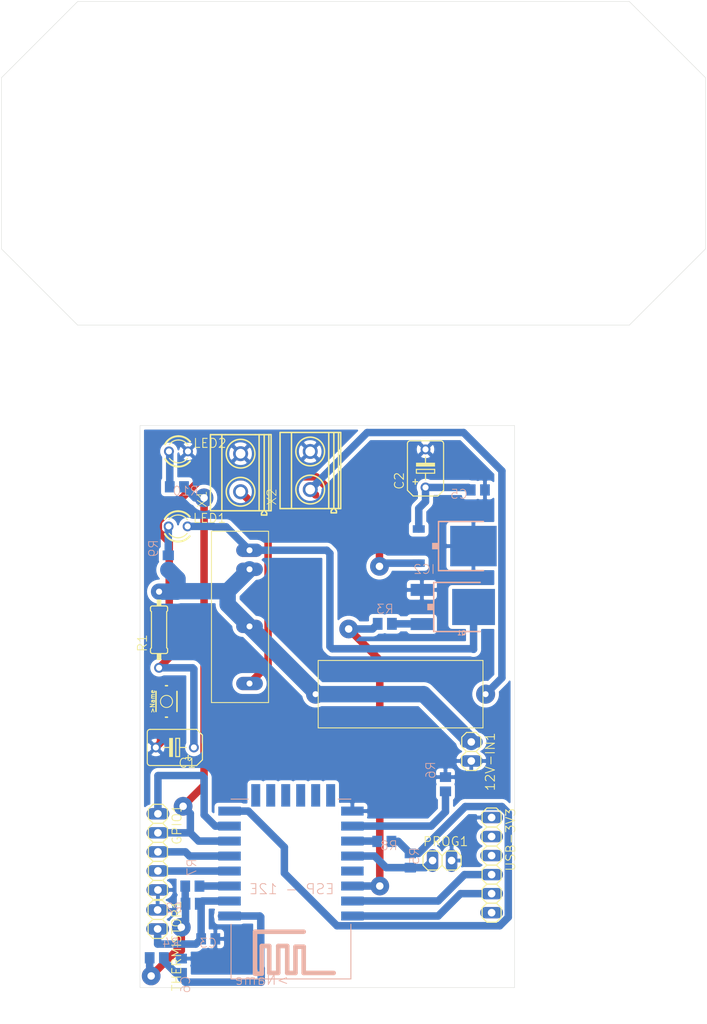
<source format=kicad_pcb>
(kicad_pcb (version 20171130) (host pcbnew 5.1.9-73d0e3b20d~88~ubuntu16.04.1)

  (general
    (thickness 1.6)
    (drawings 19)
    (tracks 166)
    (zones 0)
    (modules 30)
    (nets 34)
  )

  (page A4)
  (layers
    (0 Top signal)
    (31 Bottom signal)
    (32 B.Adhes user)
    (33 F.Adhes user)
    (34 B.Paste user)
    (35 F.Paste user)
    (36 B.SilkS user)
    (37 F.SilkS user)
    (38 B.Mask user)
    (39 F.Mask user)
    (40 Dwgs.User user)
    (41 Cmts.User user)
    (42 Eco1.User user)
    (43 Eco2.User user)
    (44 Edge.Cuts user)
    (45 Margin user)
    (46 B.CrtYd user)
    (47 F.CrtYd user)
    (48 B.Fab user)
    (49 F.Fab user)
  )

  (setup
    (last_trace_width 1)
    (user_trace_width 1)
    (user_trace_width 1.5)
    (user_trace_width 2.1844)
    (trace_clearance 0.2)
    (zone_clearance 0.508)
    (zone_45_only no)
    (trace_min 0.2)
    (via_size 0.8)
    (via_drill 0.4)
    (via_min_size 0.4)
    (via_min_drill 0.3)
    (user_via 2.5 1)
    (uvia_size 0.3)
    (uvia_drill 0.1)
    (uvias_allowed no)
    (uvia_min_size 0.2)
    (uvia_min_drill 0.1)
    (edge_width 0.05)
    (segment_width 0.2)
    (pcb_text_width 0.3)
    (pcb_text_size 1.5 1.5)
    (mod_edge_width 0.12)
    (mod_text_size 1 1)
    (mod_text_width 0.15)
    (pad_size 1.524 1.524)
    (pad_drill 0.762)
    (pad_to_mask_clearance 0.05)
    (aux_axis_origin 0 0)
    (visible_elements FFFFFF7F)
    (pcbplotparams
      (layerselection 0x010fc_ffffffff)
      (usegerberextensions false)
      (usegerberattributes true)
      (usegerberadvancedattributes true)
      (creategerberjobfile true)
      (excludeedgelayer true)
      (linewidth 0.100000)
      (plotframeref false)
      (viasonmask false)
      (mode 1)
      (useauxorigin false)
      (hpglpennumber 1)
      (hpglpenspeed 20)
      (hpglpendiameter 15.000000)
      (psnegative false)
      (psa4output false)
      (plotreference true)
      (plotvalue true)
      (plotinvisibletext false)
      (padsonsilk false)
      (subtractmaskfromsilk false)
      (outputformat 1)
      (mirror false)
      (drillshape 1)
      (scaleselection 1)
      (outputdirectory ""))
  )

  (net 0 "")
  (net 1 GND)
  (net 2 +12V)
  (net 3 +3V3)
  (net 4 "Net-(C1-Pad+)")
  (net 5 "Net-(C3-Pad1)")
  (net 6 "Net-(R3-Pad2)")
  (net 7 "Net-(Q1-Pad1)")
  (net 8 "Net-(LED1-PadK)")
  (net 9 "Net-(U2-PadSCLK)")
  (net 10 "Net-(U2-PadCS0)")
  (net 11 "Net-(U2-PadMISO)")
  (net 12 "Net-(U2-PadGPIO9)")
  (net 13 "Net-(U2-PadGPIO10)")
  (net 14 "Net-(U2-PadMOSI)")
  (net 15 "Net-(R6-Pad2)")
  (net 16 "Net-(R8-Pad1)")
  (net 17 "Net-(U2-PadGPIO4)")
  (net 18 "Net-(U2-PadRXD0)")
  (net 19 "Net-(U2-PadTXD0)")
  (net 20 "Net-(R7-Pad1)")
  (net 21 "Net-(C6-Pad1)")
  (net 22 "Net-(USB-3V3-Pad6)")
  (net 23 "Net-(USB-3V3-Pad3)")
  (net 24 "Net-(USB-3V3-Pad2)")
  (net 25 "Net-(LED1-PadA)")
  (net 26 "Net-(FUSE1-PadP$2)")
  (net 27 "Net-(GPIO1-Pad4)")
  (net 28 "Net-(GPIO1-Pad3)")
  (net 29 "Net-(GPIO1-Pad2)")
  (net 30 "Net-(GPIO1-Pad1)")
  (net 31 "Net-(PROG1-Pad1)")
  (net 32 "Net-(RLA1-PadP$4)")
  (net 33 "Net-(LED2-PadA)")

  (net_class Default "This is the default net class."
    (clearance 0.2)
    (trace_width 0.25)
    (via_dia 0.8)
    (via_drill 0.4)
    (uvia_dia 0.3)
    (uvia_drill 0.1)
    (add_net +12V)
    (add_net +3V3)
    (add_net GND)
    (add_net "Net-(C1-Pad+)")
    (add_net "Net-(C3-Pad1)")
    (add_net "Net-(C6-Pad1)")
    (add_net "Net-(FUSE1-PadP$2)")
    (add_net "Net-(GPIO1-Pad1)")
    (add_net "Net-(GPIO1-Pad2)")
    (add_net "Net-(GPIO1-Pad3)")
    (add_net "Net-(GPIO1-Pad4)")
    (add_net "Net-(LED1-PadA)")
    (add_net "Net-(LED1-PadK)")
    (add_net "Net-(LED2-PadA)")
    (add_net "Net-(PROG1-Pad1)")
    (add_net "Net-(Q1-Pad1)")
    (add_net "Net-(R3-Pad2)")
    (add_net "Net-(R6-Pad2)")
    (add_net "Net-(R7-Pad1)")
    (add_net "Net-(R8-Pad1)")
    (add_net "Net-(RLA1-PadP$4)")
    (add_net "Net-(U2-PadCS0)")
    (add_net "Net-(U2-PadGPIO10)")
    (add_net "Net-(U2-PadGPIO4)")
    (add_net "Net-(U2-PadGPIO9)")
    (add_net "Net-(U2-PadMISO)")
    (add_net "Net-(U2-PadMOSI)")
    (add_net "Net-(U2-PadRXD0)")
    (add_net "Net-(U2-PadSCLK)")
    (add_net "Net-(U2-PadTXD0)")
    (add_net "Net-(USB-3V3-Pad2)")
    (add_net "Net-(USB-3V3-Pad3)")
    (add_net "Net-(USB-3V3-Pad6)")
  )

  (module wifiboard-v2:R0805 (layer Bottom) (tedit 0) (tstamp 607D5C02)
    (at 123.7742 158.2674 270)
    (descr <b>RESISTOR</b><p>)
    (path /562262D9)
    (fp_text reference R9 (at -0.635 1.27 270) (layer B.SilkS)
      (effects (font (size 1.2065 1.2065) (thickness 0.1016)) (justify right bottom mirror))
    )
    (fp_text value 1K (at -0.635 -2.54 270) (layer B.Fab)
      (effects (font (size 1.2065 1.2065) (thickness 0.1016)) (justify right bottom mirror))
    )
    (fp_poly (pts (xy -0.1999 -0.5001) (xy 0.1999 -0.5001) (xy 0.1999 0.5001) (xy -0.1999 0.5001)) (layer B.Adhes) (width 0))
    (fp_poly (pts (xy -1.0668 -0.6985) (xy -0.4168 -0.6985) (xy -0.4168 0.7015) (xy -1.0668 0.7015)) (layer B.Fab) (width 0))
    (fp_poly (pts (xy 0.4064 -0.6985) (xy 1.0564 -0.6985) (xy 1.0564 0.7015) (xy 0.4064 0.7015)) (layer B.Fab) (width 0))
    (fp_line (start -1.973 -0.983) (end -1.973 0.983) (layer Dwgs.User) (width 0.0508))
    (fp_line (start 1.973 -0.983) (end -1.973 -0.983) (layer Dwgs.User) (width 0.0508))
    (fp_line (start 1.973 0.983) (end 1.973 -0.983) (layer Dwgs.User) (width 0.0508))
    (fp_line (start -1.973 0.983) (end 1.973 0.983) (layer Dwgs.User) (width 0.0508))
    (fp_line (start -0.41 -0.635) (end 0.41 -0.635) (layer B.Fab) (width 0.1524))
    (fp_line (start -0.41 0.635) (end 0.41 0.635) (layer B.Fab) (width 0.1524))
    (pad 2 smd rect (at 0.95 0 270) (size 1.3 1.5) (layers Bottom B.Paste B.Mask)
      (net 2 +12V) (solder_mask_margin 0.1016))
    (pad 1 smd rect (at -0.95 0 270) (size 1.3 1.5) (layers Bottom B.Paste B.Mask)
      (net 25 "Net-(LED1-PadA)") (solder_mask_margin 0.1016))
  )

  (module wifiboard-v2:C0805 (layer Bottom) (tedit 0) (tstamp 607D598F)
    (at 129.1107 208.4959)
    (descr <b>CAPACITOR</b><p>)
    (path /91680661)
    (fp_text reference C3 (at -1.27 1.27) (layer B.SilkS)
      (effects (font (size 1.2065 1.2065) (thickness 0.1016)) (justify right bottom mirror))
    )
    (fp_text value 1uF (at -1.27 -2.54) (layer B.Fab)
      (effects (font (size 1.2065 1.2065) (thickness 0.1016)) (justify right bottom mirror))
    )
    (fp_poly (pts (xy -0.1001 -0.4001) (xy 0.1001 -0.4001) (xy 0.1001 0.4001) (xy -0.1001 0.4001)) (layer B.Adhes) (width 0))
    (fp_poly (pts (xy 0.3556 -0.7239) (xy 1.1057 -0.7239) (xy 1.1057 0.7262) (xy 0.3556 0.7262)) (layer B.Fab) (width 0))
    (fp_poly (pts (xy -1.0922 -0.7239) (xy -0.3421 -0.7239) (xy -0.3421 0.7262) (xy -1.0922 0.7262)) (layer B.Fab) (width 0))
    (fp_line (start 1.973 0.983) (end 1.973 -0.983) (layer Dwgs.User) (width 0.0508))
    (fp_line (start -0.356 -0.66) (end 0.381 -0.66) (layer B.Fab) (width 0.1016))
    (fp_line (start -0.381 0.66) (end 0.381 0.66) (layer B.Fab) (width 0.1016))
    (fp_line (start -1.973 -0.983) (end -1.973 0.983) (layer Dwgs.User) (width 0.0508))
    (fp_line (start 1.973 -0.983) (end -1.973 -0.983) (layer Dwgs.User) (width 0.0508))
    (fp_line (start -1.973 0.983) (end 1.973 0.983) (layer Dwgs.User) (width 0.0508))
    (pad 2 smd rect (at 0.95 0) (size 1.3 1.5) (layers Bottom B.Paste B.Mask)
      (net 1 GND) (solder_mask_margin 0.1016))
    (pad 1 smd rect (at -0.95 0) (size 1.3 1.5) (layers Bottom B.Paste B.Mask)
      (net 5 "Net-(C3-Pad1)") (solder_mask_margin 0.1016))
  )

  (module wifiboard-v2:1X02 (layer Top) (tedit 0) (tstamp 607D599D)
    (at 164.2237 183.4896 270)
    (descr "<b>PIN HEADER</b>")
    (path /827EA4AC)
    (fp_text reference 12V-IN1 (at -2.6162 -1.8288 270) (layer F.SilkS)
      (effects (font (size 1.2065 1.2065) (thickness 0.127)) (justify right top))
    )
    (fp_text value PINHD-1X2 (at -2.54 3.175 270) (layer F.Fab)
      (effects (font (size 1.2065 1.2065) (thickness 0.1016)) (justify right top))
    )
    (fp_poly (pts (xy 1.016 0.254) (xy 1.524 0.254) (xy 1.524 -0.254) (xy 1.016 -0.254)) (layer F.Fab) (width 0))
    (fp_poly (pts (xy -1.524 0.254) (xy -1.016 0.254) (xy -1.016 -0.254) (xy -1.524 -0.254)) (layer F.Fab) (width 0))
    (fp_line (start 0.635 1.27) (end 0 0.635) (layer F.SilkS) (width 0.1524))
    (fp_line (start 1.905 1.27) (end 0.635 1.27) (layer F.SilkS) (width 0.1524))
    (fp_line (start 2.54 0.635) (end 1.905 1.27) (layer F.SilkS) (width 0.1524))
    (fp_line (start 2.54 -0.635) (end 2.54 0.635) (layer F.SilkS) (width 0.1524))
    (fp_line (start 1.905 -1.27) (end 2.54 -0.635) (layer F.SilkS) (width 0.1524))
    (fp_line (start 0.635 -1.27) (end 1.905 -1.27) (layer F.SilkS) (width 0.1524))
    (fp_line (start 0 -0.635) (end 0.635 -1.27) (layer F.SilkS) (width 0.1524))
    (fp_line (start -0.635 1.27) (end -1.905 1.27) (layer F.SilkS) (width 0.1524))
    (fp_line (start -2.54 0.635) (end -1.905 1.27) (layer F.SilkS) (width 0.1524))
    (fp_line (start -1.905 -1.27) (end -2.54 -0.635) (layer F.SilkS) (width 0.1524))
    (fp_line (start -2.54 -0.635) (end -2.54 0.635) (layer F.SilkS) (width 0.1524))
    (fp_line (start 0 0.635) (end -0.635 1.27) (layer F.SilkS) (width 0.1524))
    (fp_line (start 0 -0.635) (end 0 0.635) (layer F.SilkS) (width 0.1524))
    (fp_line (start -0.635 -1.27) (end 0 -0.635) (layer F.SilkS) (width 0.1524))
    (fp_line (start -1.905 -1.27) (end -0.635 -1.27) (layer F.SilkS) (width 0.1524))
    (pad 2 thru_hole oval (at 1.27 0) (size 3.048 1.524) (drill 1.016) (layers *.Cu *.Mask)
      (net 1 GND) (solder_mask_margin 0.1016))
    (pad 1 thru_hole oval (at -1.27 0) (size 3.048 1.524) (drill 1.016) (layers *.Cu *.Mask)
      (net 2 +12V) (solder_mask_margin 0.1016))
  )

  (module wifiboard-v2:1X02 (layer Top) (tedit 0) (tstamp 607D59B3)
    (at 122.3518 205.9051 270)
    (descr "<b>PIN HEADER</b>")
    (path /E194501C)
    (fp_text reference THERMISTOR1 (at -2.6162 -1.8288 270) (layer F.SilkS)
      (effects (font (size 1.2065 1.2065) (thickness 0.127)) (justify right top))
    )
    (fp_text value PINHD-1X2 (at -2.54 3.175 270) (layer F.Fab)
      (effects (font (size 1.2065 1.2065) (thickness 0.1016)) (justify right top))
    )
    (fp_poly (pts (xy 1.016 0.254) (xy 1.524 0.254) (xy 1.524 -0.254) (xy 1.016 -0.254)) (layer F.Fab) (width 0))
    (fp_poly (pts (xy -1.524 0.254) (xy -1.016 0.254) (xy -1.016 -0.254) (xy -1.524 -0.254)) (layer F.Fab) (width 0))
    (fp_line (start 0.635 1.27) (end 0 0.635) (layer F.SilkS) (width 0.1524))
    (fp_line (start 1.905 1.27) (end 0.635 1.27) (layer F.SilkS) (width 0.1524))
    (fp_line (start 2.54 0.635) (end 1.905 1.27) (layer F.SilkS) (width 0.1524))
    (fp_line (start 2.54 -0.635) (end 2.54 0.635) (layer F.SilkS) (width 0.1524))
    (fp_line (start 1.905 -1.27) (end 2.54 -0.635) (layer F.SilkS) (width 0.1524))
    (fp_line (start 0.635 -1.27) (end 1.905 -1.27) (layer F.SilkS) (width 0.1524))
    (fp_line (start 0 -0.635) (end 0.635 -1.27) (layer F.SilkS) (width 0.1524))
    (fp_line (start -0.635 1.27) (end -1.905 1.27) (layer F.SilkS) (width 0.1524))
    (fp_line (start -2.54 0.635) (end -1.905 1.27) (layer F.SilkS) (width 0.1524))
    (fp_line (start -1.905 -1.27) (end -2.54 -0.635) (layer F.SilkS) (width 0.1524))
    (fp_line (start -2.54 -0.635) (end -2.54 0.635) (layer F.SilkS) (width 0.1524))
    (fp_line (start 0 0.635) (end -0.635 1.27) (layer F.SilkS) (width 0.1524))
    (fp_line (start 0 -0.635) (end 0 0.635) (layer F.SilkS) (width 0.1524))
    (fp_line (start -0.635 -1.27) (end 0 -0.635) (layer F.SilkS) (width 0.1524))
    (fp_line (start -1.905 -1.27) (end -0.635 -1.27) (layer F.SilkS) (width 0.1524))
    (pad 2 thru_hole oval (at 1.27 0) (size 3.048 1.524) (drill 1.016) (layers *.Cu *.Mask)
      (net 5 "Net-(C3-Pad1)") (solder_mask_margin 0.1016))
    (pad 1 thru_hole oval (at -1.27 0) (size 3.048 1.524) (drill 1.016) (layers *.Cu *.Mask)
      (net 1 GND) (solder_mask_margin 0.1016))
  )

  (module wifiboard-v2:1X05 (layer Top) (tedit 0) (tstamp 607D59C9)
    (at 122.3899 196.8881 270)
    (descr "<b>PIN HEADER</b>")
    (path /9271281A)
    (fp_text reference GPIO1 (at -6.4262 -1.8288 270) (layer F.SilkS)
      (effects (font (size 1.2065 1.2065) (thickness 0.127)) (justify right top))
    )
    (fp_text value PINHD-1X5 (at -6.35 3.175 270) (layer F.Fab)
      (effects (font (size 1.2065 1.2065) (thickness 0.1016)) (justify right top))
    )
    (fp_poly (pts (xy 4.826 0.254) (xy 5.334 0.254) (xy 5.334 -0.254) (xy 4.826 -0.254)) (layer F.Fab) (width 0))
    (fp_poly (pts (xy -5.334 0.254) (xy -4.826 0.254) (xy -4.826 -0.254) (xy -5.334 -0.254)) (layer F.Fab) (width 0))
    (fp_poly (pts (xy -2.794 0.254) (xy -2.286 0.254) (xy -2.286 -0.254) (xy -2.794 -0.254)) (layer F.Fab) (width 0))
    (fp_poly (pts (xy -0.254 0.254) (xy 0.254 0.254) (xy 0.254 -0.254) (xy -0.254 -0.254)) (layer F.Fab) (width 0))
    (fp_poly (pts (xy 2.286 0.254) (xy 2.794 0.254) (xy 2.794 -0.254) (xy 2.286 -0.254)) (layer F.Fab) (width 0))
    (fp_line (start 5.715 1.27) (end 4.445 1.27) (layer F.SilkS) (width 0.1524))
    (fp_line (start 3.81 0.635) (end 4.445 1.27) (layer F.SilkS) (width 0.1524))
    (fp_line (start 4.445 -1.27) (end 3.81 -0.635) (layer F.SilkS) (width 0.1524))
    (fp_line (start 6.35 0.635) (end 5.715 1.27) (layer F.SilkS) (width 0.1524))
    (fp_line (start 6.35 -0.635) (end 6.35 0.635) (layer F.SilkS) (width 0.1524))
    (fp_line (start 5.715 -1.27) (end 6.35 -0.635) (layer F.SilkS) (width 0.1524))
    (fp_line (start 4.445 -1.27) (end 5.715 -1.27) (layer F.SilkS) (width 0.1524))
    (fp_line (start -4.445 1.27) (end -5.715 1.27) (layer F.SilkS) (width 0.1524))
    (fp_line (start -6.35 0.635) (end -5.715 1.27) (layer F.SilkS) (width 0.1524))
    (fp_line (start -5.715 -1.27) (end -6.35 -0.635) (layer F.SilkS) (width 0.1524))
    (fp_line (start -6.35 -0.635) (end -6.35 0.635) (layer F.SilkS) (width 0.1524))
    (fp_line (start -3.175 1.27) (end -3.81 0.635) (layer F.SilkS) (width 0.1524))
    (fp_line (start -1.905 1.27) (end -3.175 1.27) (layer F.SilkS) (width 0.1524))
    (fp_line (start -1.27 0.635) (end -1.905 1.27) (layer F.SilkS) (width 0.1524))
    (fp_line (start -1.27 -0.635) (end -1.27 0.635) (layer F.SilkS) (width 0.1524))
    (fp_line (start -1.905 -1.27) (end -1.27 -0.635) (layer F.SilkS) (width 0.1524))
    (fp_line (start -3.175 -1.27) (end -1.905 -1.27) (layer F.SilkS) (width 0.1524))
    (fp_line (start -3.81 -0.635) (end -3.175 -1.27) (layer F.SilkS) (width 0.1524))
    (fp_line (start -3.81 0.635) (end -4.445 1.27) (layer F.SilkS) (width 0.1524))
    (fp_line (start -3.81 -0.635) (end -3.81 0.635) (layer F.SilkS) (width 0.1524))
    (fp_line (start -4.445 -1.27) (end -3.81 -0.635) (layer F.SilkS) (width 0.1524))
    (fp_line (start -5.715 -1.27) (end -4.445 -1.27) (layer F.SilkS) (width 0.1524))
    (fp_line (start 3.175 1.27) (end 1.905 1.27) (layer F.SilkS) (width 0.1524))
    (fp_line (start 1.27 0.635) (end 1.905 1.27) (layer F.SilkS) (width 0.1524))
    (fp_line (start 1.905 -1.27) (end 1.27 -0.635) (layer F.SilkS) (width 0.1524))
    (fp_line (start -0.635 1.27) (end -1.27 0.635) (layer F.SilkS) (width 0.1524))
    (fp_line (start 0.635 1.27) (end -0.635 1.27) (layer F.SilkS) (width 0.1524))
    (fp_line (start 1.27 0.635) (end 0.635 1.27) (layer F.SilkS) (width 0.1524))
    (fp_line (start 1.27 -0.635) (end 1.27 0.635) (layer F.SilkS) (width 0.1524))
    (fp_line (start 0.635 -1.27) (end 1.27 -0.635) (layer F.SilkS) (width 0.1524))
    (fp_line (start -0.635 -1.27) (end 0.635 -1.27) (layer F.SilkS) (width 0.1524))
    (fp_line (start -1.27 -0.635) (end -0.635 -1.27) (layer F.SilkS) (width 0.1524))
    (fp_line (start 3.81 0.635) (end 3.175 1.27) (layer F.SilkS) (width 0.1524))
    (fp_line (start 3.81 -0.635) (end 3.81 0.635) (layer F.SilkS) (width 0.1524))
    (fp_line (start 3.175 -1.27) (end 3.81 -0.635) (layer F.SilkS) (width 0.1524))
    (fp_line (start 1.905 -1.27) (end 3.175 -1.27) (layer F.SilkS) (width 0.1524))
    (pad 5 thru_hole oval (at 5.08 0) (size 3.048 1.524) (drill 1.016) (layers *.Cu *.Mask)
      (net 1 GND) (solder_mask_margin 0.1016))
    (pad 4 thru_hole oval (at 2.54 0) (size 3.048 1.524) (drill 1.016) (layers *.Cu *.Mask)
      (net 27 "Net-(GPIO1-Pad4)") (solder_mask_margin 0.1016))
    (pad 3 thru_hole oval (at 0 0) (size 3.048 1.524) (drill 1.016) (layers *.Cu *.Mask)
      (net 28 "Net-(GPIO1-Pad3)") (solder_mask_margin 0.1016))
    (pad 2 thru_hole oval (at -2.54 0) (size 3.048 1.524) (drill 1.016) (layers *.Cu *.Mask)
      (net 29 "Net-(GPIO1-Pad2)") (solder_mask_margin 0.1016))
    (pad 1 thru_hole oval (at -5.08 0) (size 3.048 1.524) (drill 1.016) (layers *.Cu *.Mask)
      (net 30 "Net-(GPIO1-Pad1)") (solder_mask_margin 0.1016))
  )

  (module wifiboard-v2:0207_10 (layer Top) (tedit 0) (tstamp 607D59FA)
    (at 122.5423 167.2463 90)
    (descr "<b>RESISTOR</b><p>\ntype 0207, grid 10 mm")
    (path /FD173983)
    (fp_text reference R1 (at -3.048 -1.524 90) (layer F.SilkS)
      (effects (font (size 1.2065 1.2065) (thickness 0.127)) (justify left bottom))
    )
    (fp_text value 6R8 (at -1.5621 0.5334 270) (layer F.Fab)
      (effects (font (size 1.2065 1.2065) (thickness 0.127)) (justify left bottom))
    )
    (fp_poly (pts (xy -4.0386 0.3048) (xy -3.175 0.3048) (xy -3.175 -0.3048) (xy -4.0386 -0.3048)) (layer F.SilkS) (width 0))
    (fp_poly (pts (xy 3.175 0.3048) (xy 4.0386 0.3048) (xy 4.0386 -0.3048) (xy 3.175 -0.3048)) (layer F.SilkS) (width 0))
    (fp_line (start 3.175 0.889) (end 3.175 -0.889) (layer F.SilkS) (width 0.1524))
    (fp_line (start 2.921 1.143) (end 2.54 1.143) (layer F.SilkS) (width 0.1524))
    (fp_line (start 2.921 -1.143) (end 2.54 -1.143) (layer F.SilkS) (width 0.1524))
    (fp_line (start 2.413 1.016) (end -2.413 1.016) (layer F.SilkS) (width 0.1524))
    (fp_line (start 2.413 1.016) (end 2.54 1.143) (layer F.SilkS) (width 0.1524))
    (fp_line (start 2.413 -1.016) (end -2.413 -1.016) (layer F.SilkS) (width 0.1524))
    (fp_line (start 2.413 -1.016) (end 2.54 -1.143) (layer F.SilkS) (width 0.1524))
    (fp_line (start -2.413 1.016) (end -2.54 1.143) (layer F.SilkS) (width 0.1524))
    (fp_line (start -2.921 1.143) (end -2.54 1.143) (layer F.SilkS) (width 0.1524))
    (fp_line (start -2.413 -1.016) (end -2.54 -1.143) (layer F.SilkS) (width 0.1524))
    (fp_line (start -2.921 -1.143) (end -2.54 -1.143) (layer F.SilkS) (width 0.1524))
    (fp_line (start -3.175 0.889) (end -3.175 -0.889) (layer F.SilkS) (width 0.1524))
    (fp_line (start -5.08 0) (end -4.064 0) (layer F.Fab) (width 0.6096))
    (fp_line (start 5.08 0) (end 4.064 0) (layer F.Fab) (width 0.6096))
    (fp_arc (start 2.921 -0.889) (end 2.921 -1.143) (angle 90) (layer F.SilkS) (width 0.1524))
    (fp_arc (start 2.921 0.889) (end 2.921 1.143) (angle -90) (layer F.SilkS) (width 0.1524))
    (fp_arc (start -2.921 0.889) (end -3.175 0.889) (angle -90) (layer F.SilkS) (width 0.1524))
    (fp_arc (start -2.921 -0.889) (end -3.175 -0.889) (angle 90) (layer F.SilkS) (width 0.1524))
    (pad 2 thru_hole circle (at 5.08 0 90) (size 1.3208 1.3208) (drill 0.8128) (layers *.Cu *.Mask)
      (net 2 +12V) (solder_mask_margin 0.1016))
    (pad 1 thru_hole circle (at -5.08 0 90) (size 1.3208 1.3208) (drill 0.8128) (layers *.Cu *.Mask)
      (net 4 "Net-(C1-Pad+)") (solder_mask_margin 0.1016))
  )

  (module wifiboard-v2:M0805 (layer Bottom) (tedit 0) (tstamp 60880058)
    (at 127.0254 203.8096)
    (descr "<b>RESISTOR</b><p>\nMELF 0.10 W")
    (path /748ED202)
    (fp_text reference R2 (at -1.27 1.27 180) (layer B.SilkS)
      (effects (font (size 1.2065 1.2065) (thickness 0.1016)) (justify left bottom mirror))
    )
    (fp_text value 10K (at -1.27 -2.54 180) (layer B.Fab)
      (effects (font (size 1.2065 1.2065) (thickness 0.1016)) (justify left bottom mirror))
    )
    (fp_poly (pts (xy -0.1999 -0.5999) (xy 0.1999 -0.5999) (xy 0.1999 0.5999) (xy -0.1999 0.5999)) (layer B.Adhes) (width 0))
    (fp_poly (pts (xy 0.6858 -0.7112) (xy 1.0414 -0.7112) (xy 1.0414 0.7112) (xy 0.6858 0.7112)) (layer B.Fab) (width 0))
    (fp_poly (pts (xy -1.0414 -0.7112) (xy -0.6858 -0.7112) (xy -0.6858 0.7112) (xy -1.0414 0.7112)) (layer B.Fab) (width 0))
    (fp_line (start 0.7112 -0.635) (end -0.7112 -0.635) (layer B.Fab) (width 0.1524))
    (fp_line (start 0.7112 0.635) (end -0.7112 0.635) (layer B.Fab) (width 0.1524))
    (fp_line (start 1.973 0.983) (end 1.973 -0.983) (layer Dwgs.User) (width 0.0508))
    (fp_line (start -1.973 -0.983) (end -1.973 0.983) (layer Dwgs.User) (width 0.0508))
    (fp_line (start 1.973 -0.983) (end -1.973 -0.983) (layer Dwgs.User) (width 0.0508))
    (fp_line (start -1.973 0.983) (end 1.973 0.983) (layer Dwgs.User) (width 0.0508))
    (pad 2 smd rect (at 0.95 0) (size 1.3 1.6) (layers Bottom B.Paste B.Mask)
      (net 5 "Net-(C3-Pad1)") (solder_mask_margin 0.1016))
    (pad 1 smd rect (at -0.95 0) (size 1.3 1.6) (layers Bottom B.Paste B.Mask)
      (net 3 +3V3) (solder_mask_margin 0.1016))
  )

  (module wifiboard-v2:M0805 (layer Bottom) (tedit 0) (tstamp 607D5A21)
    (at 152.6769 166.4589 180)
    (descr "<b>RESISTOR</b><p>\nMELF 0.10 W")
    (path /D33015C9)
    (fp_text reference R3 (at -1.27 1.27) (layer B.SilkS)
      (effects (font (size 1.2065 1.2065) (thickness 0.1016)) (justify left bottom mirror))
    )
    (fp_text value 10K (at -1.27 -2.54) (layer B.Fab)
      (effects (font (size 1.2065 1.2065) (thickness 0.1016)) (justify left bottom mirror))
    )
    (fp_poly (pts (xy -0.1999 -0.5999) (xy 0.1999 -0.5999) (xy 0.1999 0.5999) (xy -0.1999 0.5999)) (layer B.Adhes) (width 0))
    (fp_poly (pts (xy 0.6858 -0.7112) (xy 1.0414 -0.7112) (xy 1.0414 0.7112) (xy 0.6858 0.7112)) (layer B.Fab) (width 0))
    (fp_poly (pts (xy -1.0414 -0.7112) (xy -0.6858 -0.7112) (xy -0.6858 0.7112) (xy -1.0414 0.7112)) (layer B.Fab) (width 0))
    (fp_line (start 0.7112 -0.635) (end -0.7112 -0.635) (layer B.Fab) (width 0.1524))
    (fp_line (start 0.7112 0.635) (end -0.7112 0.635) (layer B.Fab) (width 0.1524))
    (fp_line (start 1.973 0.983) (end 1.973 -0.983) (layer Dwgs.User) (width 0.0508))
    (fp_line (start -1.973 -0.983) (end -1.973 0.983) (layer Dwgs.User) (width 0.0508))
    (fp_line (start 1.973 -0.983) (end -1.973 -0.983) (layer Dwgs.User) (width 0.0508))
    (fp_line (start -1.973 0.983) (end 1.973 0.983) (layer Dwgs.User) (width 0.0508))
    (pad 2 smd rect (at 0.95 0 180) (size 1.3 1.6) (layers Bottom B.Paste B.Mask)
      (net 6 "Net-(R3-Pad2)") (solder_mask_margin 0.1016))
    (pad 1 smd rect (at -0.95 0 180) (size 1.3 1.6) (layers Bottom B.Paste B.Mask)
      (net 7 "Net-(Q1-Pad1)") (solder_mask_margin 0.1016))
  )

  (module wifiboard-v2:FUSE (layer Top) (tedit 0) (tstamp 607D5A2F)
    (at 154.7876 175.8442 180)
    (path /C5A6AE00)
    (fp_text reference FUSE1 (at 0 0) (layer F.SilkS) hide
      (effects (font (size 1.27 1.27) (thickness 0.15)))
    )
    (fp_text value FUSE (at 0 0) (layer F.SilkS) hide
      (effects (font (size 1.27 1.27) (thickness 0.15)))
    )
    (fp_line (start -11 -4.5) (end -11 4.5) (layer F.SilkS) (width 0.127))
    (fp_line (start 11 -4.5) (end -11 -4.5) (layer F.SilkS) (width 0.127))
    (fp_line (start 11 4.5) (end 11 -4.5) (layer F.SilkS) (width 0.127))
    (fp_line (start -11 4.5) (end 11 4.5) (layer F.SilkS) (width 0.127))
    (pad P$2 thru_hole circle (at -11.35 0 180) (size 2.54 2.54) (drill 0.8) (layers *.Cu *.Mask)
      (net 26 "Net-(FUSE1-PadP$2)") (solder_mask_margin 0.1016))
    (pad P$1 thru_hole circle (at 11.35 0 180) (size 2.54 2.54) (drill 0.8) (layers *.Cu *.Mask)
      (net 2 +12V) (solder_mask_margin 0.1016))
  )

  (module wifiboard-v2:MKDSN1,5_2-5,08 (layer Top) (tedit 0) (tstamp 607D5A38)
    (at 133.4512 146.2702 90)
    (path /C03765C0)
    (fp_text reference X1 (at -4.7511 -4.445 90) (layer F.SilkS)
      (effects (font (size 1.2065 1.2065) (thickness 0.1016)) (justify left bottom))
    )
    (fp_text value AC-N (at 6.985 3.81 180) (layer F.Fab)
      (effects (font (size 1.2065 1.2065) (thickness 0.1016)) (justify right top))
    )
    (fp_circle (center 2.5189 -0.025) (end 4.4339 -0.025) (layer F.SilkS) (width 0.2032))
    (fp_circle (center -2.5611 -0.025) (end -0.6461 -0.025) (layer F.SilkS) (width 0.2032))
    (fp_line (start 5.0589 3.75) (end 5.0589 4.05) (layer F.SilkS) (width 0.2032))
    (fp_line (start -5.1011 3.75) (end -5.1011 4.05) (layer F.SilkS) (width 0.2032))
    (fp_line (start 5.0589 3.75) (end -5.1011 3.75) (layer F.SilkS) (width 0.2032))
    (fp_line (start -5.1011 -2.5243) (end -5.1011 -4.05) (layer F.SilkS) (width 0.2032))
    (fp_line (start -5.1011 -4.05) (end 5.0589 -4.05) (layer F.SilkS) (width 0.2032))
    (fp_line (start 5.0589 3.75) (end 5.0589 3.1279) (layer F.SilkS) (width 0.2032))
    (fp_line (start -5.1011 3.75) (end -5.1011 3.327) (layer F.SilkS) (width 0.2032))
    (fp_line (start 5.0589 -2.5243) (end 5.0589 -4.05) (layer F.SilkS) (width 0.2032))
    (fp_line (start 5.0589 -2.5243) (end 5.0589 -2.0413) (layer F.SilkS) (width 0.2032))
    (fp_line (start 5.0589 1.9555) (end 5.0589 -2.0413) (layer F.SilkS) (width 0.2032))
    (fp_line (start 5.0589 3.1279) (end 5.0589 2.4479) (layer F.SilkS) (width 0.2032))
    (fp_line (start -5.1011 3.1279) (end 5.0589 3.1279) (layer F.SilkS) (width 0.2032))
    (fp_line (start -0.9931 -1.098) (end -1.9311 -0.16) (layer F.Fab) (width 0.2032))
    (fp_line (start -2.4421 -0.639) (end -1.4881 -1.593) (layer F.Fab) (width 0.2032))
    (fp_line (start -2.5611 -0.52) (end -2.4421 -0.639) (layer F.Fab) (width 0.2032))
    (fp_line (start -1.9311 -0.16) (end -2.5611 0.47) (layer F.Fab) (width 0.2032))
    (fp_line (start 2.5189 -0.52) (end 2.6379 -0.639) (layer F.Fab) (width 0.2032))
    (fp_line (start 3.1489 -0.16) (end 2.5189 0.47) (layer F.Fab) (width 0.2032))
    (fp_line (start 2.6379 -0.639) (end 3.5919 -1.593) (layer F.Fab) (width 0.2032))
    (fp_line (start 4.0869 -1.098) (end 3.1489 -0.16) (layer F.Fab) (width 0.2032))
    (fp_line (start 2.5189 0.47) (end 2.3589 0.63) (layer F.Fab) (width 0.2032))
    (fp_line (start 1.8799 0.119) (end 2.5189 -0.52) (layer F.Fab) (width 0.2032))
    (fp_line (start 2.3589 0.63) (end 1.4459 1.543) (layer F.Fab) (width 0.2032))
    (fp_line (start 5.0589 1.9555) (end 5.0589 2.4479) (layer F.SilkS) (width 0.2032))
    (fp_line (start 0.9509 1.048) (end 1.8799 0.119) (layer F.Fab) (width 0.2032))
    (fp_line (start -4.1291 1.048) (end -3.2001 0.119) (layer F.Fab) (width 0.2032))
    (fp_line (start -3.2001 0.119) (end -2.5611 -0.52) (layer F.Fab) (width 0.2032))
    (fp_line (start -2.5611 0.47) (end -2.7211 0.63) (layer F.Fab) (width 0.2032))
    (fp_line (start 5.0589 2.4479) (end -5.1011 2.4479) (layer F.SilkS) (width 0.2032))
    (fp_line (start -5.4081 2.763) (end -5.2298 2.913) (layer F.SilkS) (width 0.2032))
    (fp_line (start -5.1011 1.9555) (end -5.1011 -2.0413) (layer F.SilkS) (width 0.2032))
    (fp_line (start -5.1011 -2.5243) (end -5.1011 -2.0413) (layer F.SilkS) (width 0.2032))
    (fp_line (start -5.6711 2.763) (end -5.6711 3.477) (layer F.SilkS) (width 0.2032))
    (fp_line (start -5.2298 3.327) (end -5.4081 3.477) (layer F.SilkS) (width 0.2032))
    (fp_line (start -5.1011 2.913) (end -5.1011 2.4479) (layer F.SilkS) (width 0.2032))
    (fp_line (start -5.6711 3.477) (end -5.4081 3.477) (layer F.SilkS) (width 0.2032))
    (fp_line (start -5.6711 2.763) (end -5.4081 2.763) (layer F.SilkS) (width 0.2032))
    (fp_line (start -5.1011 3.327) (end -5.1011 3.1279) (layer F.SilkS) (width 0.2032))
    (fp_line (start -5.1011 3.1279) (end -5.1011 2.913) (layer F.SilkS) (width 0.2032))
    (fp_line (start -5.2298 2.913) (end -5.1011 2.913) (layer F.SilkS) (width 0.2032))
    (fp_line (start -5.1011 3.327) (end -5.2298 3.327) (layer F.SilkS) (width 0.2032))
    (fp_line (start -5.1011 1.9555) (end -5.1011 2.4479) (layer F.SilkS) (width 0.2032))
    (fp_line (start -2.7211 0.63) (end -3.6341 1.543) (layer F.Fab) (width 0.2032))
    (fp_line (start -5.1011 -2.5243) (end 5.0589 -2.5243) (layer F.SilkS) (width 0.2032))
    (fp_line (start -5.1011 4.05) (end 5.0589 4.05) (layer F.SilkS) (width 0.2032))
    (fp_arc (start -2.561082 0) (end -1.9311 -0.16) (angle -65.201851) (layer F.Fab) (width 0.2032))
    (fp_arc (start 2.518917 0) (end 3.1489 -0.16) (angle -65.201851) (layer F.Fab) (width 0.2032))
    (fp_arc (start 2.518899 0.000017) (end 1.8799 0.119) (angle -65.201851) (layer F.Fab) (width 0.2032))
    (fp_arc (start -2.5611 0.000017) (end -3.2001 0.119) (angle -65.201851) (layer F.Fab) (width 0.2032))
    (pad 2 thru_hole circle (at 2.5189 -0.025 90) (size 2 2) (drill 1.3) (layers *.Cu *.Mask)
      (net 1 GND) (solder_mask_margin 0.1016))
    (pad 1 thru_hole circle (at -2.5611 -0.025 90) (size 2 2) (drill 1.3) (layers *.Cu *.Mask)
      (net 32 "Net-(RLA1-PadP$4)") (solder_mask_margin 0.1016))
  )

  (module wifiboard-v2:MKDSN1,5_2-5,08 (layer Top) (tedit 0) (tstamp 607D5A70)
    (at 142.7476 145.9781 90)
    (path /FC21A828)
    (fp_text reference X2 (at -4.7511 -4.445 90) (layer F.SilkS)
      (effects (font (size 1.2065 1.2065) (thickness 0.1016)) (justify left bottom))
    )
    (fp_text value AC-L (at 6.985 3.81 180) (layer F.Fab)
      (effects (font (size 1.2065 1.2065) (thickness 0.1016)) (justify right top))
    )
    (fp_circle (center 2.5189 -0.025) (end 4.4339 -0.025) (layer F.SilkS) (width 0.2032))
    (fp_circle (center -2.5611 -0.025) (end -0.6461 -0.025) (layer F.SilkS) (width 0.2032))
    (fp_line (start 5.0589 3.75) (end 5.0589 4.05) (layer F.SilkS) (width 0.2032))
    (fp_line (start -5.1011 3.75) (end -5.1011 4.05) (layer F.SilkS) (width 0.2032))
    (fp_line (start 5.0589 3.75) (end -5.1011 3.75) (layer F.SilkS) (width 0.2032))
    (fp_line (start -5.1011 -2.5243) (end -5.1011 -4.05) (layer F.SilkS) (width 0.2032))
    (fp_line (start -5.1011 -4.05) (end 5.0589 -4.05) (layer F.SilkS) (width 0.2032))
    (fp_line (start 5.0589 3.75) (end 5.0589 3.1279) (layer F.SilkS) (width 0.2032))
    (fp_line (start -5.1011 3.75) (end -5.1011 3.327) (layer F.SilkS) (width 0.2032))
    (fp_line (start 5.0589 -2.5243) (end 5.0589 -4.05) (layer F.SilkS) (width 0.2032))
    (fp_line (start 5.0589 -2.5243) (end 5.0589 -2.0413) (layer F.SilkS) (width 0.2032))
    (fp_line (start 5.0589 1.9555) (end 5.0589 -2.0413) (layer F.SilkS) (width 0.2032))
    (fp_line (start 5.0589 3.1279) (end 5.0589 2.4479) (layer F.SilkS) (width 0.2032))
    (fp_line (start -5.1011 3.1279) (end 5.0589 3.1279) (layer F.SilkS) (width 0.2032))
    (fp_line (start -0.9931 -1.098) (end -1.9311 -0.16) (layer F.Fab) (width 0.2032))
    (fp_line (start -2.4421 -0.639) (end -1.4881 -1.593) (layer F.Fab) (width 0.2032))
    (fp_line (start -2.5611 -0.52) (end -2.4421 -0.639) (layer F.Fab) (width 0.2032))
    (fp_line (start -1.9311 -0.16) (end -2.5611 0.47) (layer F.Fab) (width 0.2032))
    (fp_line (start 2.5189 -0.52) (end 2.6379 -0.639) (layer F.Fab) (width 0.2032))
    (fp_line (start 3.1489 -0.16) (end 2.5189 0.47) (layer F.Fab) (width 0.2032))
    (fp_line (start 2.6379 -0.639) (end 3.5919 -1.593) (layer F.Fab) (width 0.2032))
    (fp_line (start 4.0869 -1.098) (end 3.1489 -0.16) (layer F.Fab) (width 0.2032))
    (fp_line (start 2.5189 0.47) (end 2.3589 0.63) (layer F.Fab) (width 0.2032))
    (fp_line (start 1.8799 0.119) (end 2.5189 -0.52) (layer F.Fab) (width 0.2032))
    (fp_line (start 2.3589 0.63) (end 1.4459 1.543) (layer F.Fab) (width 0.2032))
    (fp_line (start 5.0589 1.9555) (end 5.0589 2.4479) (layer F.SilkS) (width 0.2032))
    (fp_line (start 0.9509 1.048) (end 1.8799 0.119) (layer F.Fab) (width 0.2032))
    (fp_line (start -4.1291 1.048) (end -3.2001 0.119) (layer F.Fab) (width 0.2032))
    (fp_line (start -3.2001 0.119) (end -2.5611 -0.52) (layer F.Fab) (width 0.2032))
    (fp_line (start -2.5611 0.47) (end -2.7211 0.63) (layer F.Fab) (width 0.2032))
    (fp_line (start 5.0589 2.4479) (end -5.1011 2.4479) (layer F.SilkS) (width 0.2032))
    (fp_line (start -5.4081 2.763) (end -5.2298 2.913) (layer F.SilkS) (width 0.2032))
    (fp_line (start -5.1011 1.9555) (end -5.1011 -2.0413) (layer F.SilkS) (width 0.2032))
    (fp_line (start -5.1011 -2.5243) (end -5.1011 -2.0413) (layer F.SilkS) (width 0.2032))
    (fp_line (start -5.6711 2.763) (end -5.6711 3.477) (layer F.SilkS) (width 0.2032))
    (fp_line (start -5.2298 3.327) (end -5.4081 3.477) (layer F.SilkS) (width 0.2032))
    (fp_line (start -5.1011 2.913) (end -5.1011 2.4479) (layer F.SilkS) (width 0.2032))
    (fp_line (start -5.6711 3.477) (end -5.4081 3.477) (layer F.SilkS) (width 0.2032))
    (fp_line (start -5.6711 2.763) (end -5.4081 2.763) (layer F.SilkS) (width 0.2032))
    (fp_line (start -5.1011 3.327) (end -5.1011 3.1279) (layer F.SilkS) (width 0.2032))
    (fp_line (start -5.1011 3.1279) (end -5.1011 2.913) (layer F.SilkS) (width 0.2032))
    (fp_line (start -5.2298 2.913) (end -5.1011 2.913) (layer F.SilkS) (width 0.2032))
    (fp_line (start -5.1011 3.327) (end -5.2298 3.327) (layer F.SilkS) (width 0.2032))
    (fp_line (start -5.1011 1.9555) (end -5.1011 2.4479) (layer F.SilkS) (width 0.2032))
    (fp_line (start -2.7211 0.63) (end -3.6341 1.543) (layer F.Fab) (width 0.2032))
    (fp_line (start -5.1011 -2.5243) (end 5.0589 -2.5243) (layer F.SilkS) (width 0.2032))
    (fp_line (start -5.1011 4.05) (end 5.0589 4.05) (layer F.SilkS) (width 0.2032))
    (fp_arc (start -2.561082 0) (end -1.9311 -0.16) (angle -65.201851) (layer F.Fab) (width 0.2032))
    (fp_arc (start 2.518917 0) (end 3.1489 -0.16) (angle -65.201851) (layer F.Fab) (width 0.2032))
    (fp_arc (start 2.518899 0.000017) (end 1.8799 0.119) (angle -65.201851) (layer F.Fab) (width 0.2032))
    (fp_arc (start -2.5611 0.000017) (end -3.2001 0.119) (angle -65.201851) (layer F.Fab) (width 0.2032))
    (pad 2 thru_hole circle (at 2.5189 -0.025 90) (size 2 2) (drill 1.3) (layers *.Cu *.Mask)
      (net 1 GND) (solder_mask_margin 0.1016))
    (pad 1 thru_hole circle (at -2.5611 -0.025 90) (size 2 2) (drill 1.3) (layers *.Cu *.Mask)
      (net 26 "Net-(FUSE1-PadP$2)") (solder_mask_margin 0.1016))
  )

  (module wifiboard-v2:TO252 (layer Bottom) (tedit 0) (tstamp 607D5AB3)
    (at 162.012 156.083 90)
    (descr "<b>SMALL OUTLINE TRANSISTOR</b><p>\nTS-003")
    (path /2CF93C02)
    (fp_text reference IC2 (at -3.81 -2.54 180) (layer B.SilkS)
      (effects (font (size 1.2065 1.2065) (thickness 0.1016)) (justify left bottom mirror))
    )
    (fp_text value 78033AF (at 8.0264 3.0861 180) (layer B.Fab)
      (effects (font (size 1.2065 1.2065) (thickness 0.1016)) (justify left bottom mirror))
    )
    (fp_poly (pts (xy -2.5654 3.937) (xy -2.5654 4.6482) (xy -2.1082 5.1054) (xy 2.1082 5.1054)
      (xy 2.5654 4.6482) (xy 2.5654 3.937)) (layer B.Fab) (width 0))
    (fp_poly (pts (xy -0.4318 -3.0226) (xy 0.4318 -3.0226) (xy 0.4318 -2.2606) (xy -0.4318 -2.2606)) (layer B.SilkS) (width 0))
    (fp_poly (pts (xy 1.8542 -5.1562) (xy 2.7178 -5.1562) (xy 2.7178 -2.2606) (xy 1.8542 -2.2606)) (layer B.Fab) (width 0))
    (fp_poly (pts (xy -2.7178 -5.1562) (xy -1.8542 -5.1562) (xy -1.8542 -2.2606) (xy -2.7178 -2.2606)) (layer B.Fab) (width 0))
    (fp_line (start 2.5654 3.937) (end -2.5654 3.937) (layer B.Fab) (width 0.2032))
    (fp_line (start 2.5654 4.6482) (end 2.5654 3.937) (layer B.Fab) (width 0.2032))
    (fp_line (start 2.1082 5.1054) (end 2.5654 4.6482) (layer B.Fab) (width 0.2032))
    (fp_line (start -2.1082 5.1054) (end 2.1082 5.1054) (layer B.Fab) (width 0.2032))
    (fp_line (start -2.5654 4.6482) (end -2.1082 5.1054) (layer B.Fab) (width 0.2032))
    (fp_line (start -2.5654 3.937) (end -2.5654 4.6482) (layer B.Fab) (width 0.2032))
    (fp_line (start -3.277 3.835) (end 3.2774 3.8346) (layer B.Fab) (width 0.2032))
    (fp_line (start -3.277 -2.159) (end -3.2766 3.8354) (layer B.SilkS) (width 0.2032))
    (fp_line (start 3.277 -2.159) (end -3.277 -2.159) (layer B.SilkS) (width 0.2032))
    (fp_line (start 3.2766 3.8354) (end 3.277 -2.159) (layer B.SilkS) (width 0.2032))
    (pad 2 smd rect (at 2.28 -4.8 90) (size 1 1.6) (layers Bottom B.Paste B.Mask)
      (net 3 +3V3) (solder_mask_margin 0.1016))
    (pad 1 smd rect (at -2.28 -4.8 90) (size 1 1.6) (layers Bottom B.Paste B.Mask)
      (net 4 "Net-(C1-Pad+)") (solder_mask_margin 0.1016))
    (pad 3 smd rect (at 0 2.5 90) (size 5.4 6.2) (layers Bottom B.Paste B.Mask)
      (net 1 GND) (solder_mask_margin 0.1016))
  )

  (module wifiboard-v2:B45181B (layer Top) (tedit 0) (tstamp 607D5AC7)
    (at 158.115 145.7198 90)
    (descr "<b>ELECTROLYTIC CAPACITOR</b><p>\nbody 7.6 x 5 mm, rectangle, grid 5.08 mm")
    (path /F07BA053)
    (fp_text reference C2 (at -2.921 -2.794 90) (layer F.SilkS)
      (effects (font (size 1.2065 1.2065) (thickness 0.127)) (justify left bottom))
    )
    (fp_text value 1000uF (at 4.191 1.651 90) (layer F.Fab)
      (effects (font (size 1.2065 1.2065) (thickness 0.127)) (justify left bottom))
    )
    (fp_poly (pts (xy 0.254 1.27) (xy 0.762 1.27) (xy 0.762 -1.27) (xy 0.254 -1.27)) (layer F.SilkS) (width 0))
    (fp_line (start -3.683 -1.651) (end -3.683 1.651) (layer F.SilkS) (width 0.1524))
    (fp_line (start -2.921 2.413) (end -3.683 1.651) (layer F.SilkS) (width 0.1524))
    (fp_line (start 0.635 0) (end 1.524 0) (layer F.SilkS) (width 0.1524))
    (fp_line (start -0.635 -1.2192) (end -0.635 0) (layer F.SilkS) (width 0.1524))
    (fp_line (start -0.127 -1.2192) (end -0.635 -1.2192) (layer F.SilkS) (width 0.1524))
    (fp_line (start -0.127 1.2192) (end -0.127 -1.2192) (layer F.SilkS) (width 0.1524))
    (fp_line (start -0.635 1.2192) (end -0.127 1.2192) (layer F.SilkS) (width 0.1524))
    (fp_line (start -0.635 0) (end -0.635 1.2192) (layer F.SilkS) (width 0.1524))
    (fp_line (start -1.524 0) (end -0.635 0) (layer F.SilkS) (width 0.1524))
    (fp_line (start -1.4478 -1.3716) (end -2.1082 -1.3716) (layer F.SilkS) (width 0.1524))
    (fp_line (start -1.778 -1.6764) (end -1.778 -1.0414) (layer F.SilkS) (width 0.1524))
    (fp_line (start -3.683 -1.651) (end -2.921 -2.413) (layer F.SilkS) (width 0.1524))
    (fp_line (start -2.921 2.413) (end 3.302 2.413) (layer F.SilkS) (width 0.1524))
    (fp_line (start 3.683 -2.032) (end 3.683 2.032) (layer F.SilkS) (width 0.1524))
    (fp_line (start 3.302 -2.413) (end -2.921 -2.413) (layer F.SilkS) (width 0.1524))
    (fp_arc (start 3.302 2.032) (end 3.302 2.413) (angle -90) (layer F.SilkS) (width 0.1524))
    (fp_arc (start 3.302 -2.032) (end 3.302 -2.413) (angle 90) (layer F.SilkS) (width 0.1524))
    (pad - thru_hole circle (at 2.54 0 90) (size 1.3208 1.3208) (drill 0.8128) (layers *.Cu *.Mask)
      (net 1 GND) (solder_mask_margin 0.1016))
    (pad + thru_hole circle (at -2.54 0 90) (size 1.3208 1.3208) (drill 0.8128) (layers *.Cu *.Mask)
      (net 3 +3V3) (solder_mask_margin 0.1016))
  )

  (module wifiboard-v2:DPAK (layer Bottom) (tedit 0) (tstamp 607D5ADE)
    (at 162.941 164.211 90)
    (path /EDCC2631)
    (fp_text reference Q1 (at -3.81 0 180) (layer B.SilkS)
      (effects (font (size 0.57912 0.57912) (thickness 0.12192)) (justify bottom mirror))
    )
    (fp_text value FDD8870 (at 3.81 0 180) (layer B.Fab)
      (effects (font (size 0.57912 0.57912) (thickness 0.12192)) (justify top mirror))
    )
    (fp_poly (pts (xy -2.5654 2.567) (xy -2.5654 3.2782) (xy -2.1082 3.7354) (xy 2.1082 3.7354)
      (xy 2.5654 3.2782) (xy 2.5654 2.567)) (layer B.Fab) (width 0))
    (fp_poly (pts (xy -0.4318 -4.5926) (xy 0.4318 -4.5926) (xy 0.4318 -3.8306) (xy -0.4318 -3.8306)) (layer B.SilkS) (width 0))
    (fp_poly (pts (xy 1.8542 -6.7262) (xy 2.7178 -6.7262) (xy 2.7178 -3.8306) (xy 1.8542 -3.8306)) (layer B.Fab) (width 0))
    (fp_poly (pts (xy -2.7178 -6.7262) (xy -1.8542 -6.7262) (xy -1.8542 -3.8306) (xy -2.7178 -3.8306)) (layer B.Fab) (width 0))
    (fp_line (start 2.5654 2.567) (end -2.5654 2.567) (layer B.Fab) (width 0.2032))
    (fp_line (start 2.5654 3.2782) (end 2.5654 2.567) (layer B.Fab) (width 0.2032))
    (fp_line (start 2.1082 3.7354) (end 2.5654 3.2782) (layer B.Fab) (width 0.2032))
    (fp_line (start -2.1082 3.7354) (end 2.1082 3.7354) (layer B.Fab) (width 0.2032))
    (fp_line (start -2.5654 3.2782) (end -2.1082 3.7354) (layer B.Fab) (width 0.2032))
    (fp_line (start -2.5654 2.567) (end -2.5654 3.2782) (layer B.Fab) (width 0.2032))
    (fp_line (start -3.277 2.465) (end 3.2774 2.4646) (layer B.Fab) (width 0.2032))
    (fp_line (start -3.277 -3.729) (end -3.2766 2.4654) (layer B.SilkS) (width 0.2032))
    (fp_line (start 3.277 -3.729) (end -3.277 -3.729) (layer B.SilkS) (width 0.2032))
    (fp_line (start 3.2766 2.4654) (end 3.277 -3.729) (layer B.SilkS) (width 0.2032))
    (pad 4 smd rect (at 0 1.588 90) (size 4.826 5.715) (layers Bottom B.Paste B.Mask)
      (net 8 "Net-(LED1-PadK)") (solder_mask_margin 0.1016))
    (pad 3 smd rect (at 2.28 -5.31 90) (size 1.6 3) (layers Bottom B.Paste B.Mask)
      (net 1 GND) (solder_mask_margin 0.1016))
    (pad 1 smd rect (at -2.28 -5.31 90) (size 1.6 3) (layers Bottom B.Paste B.Mask)
      (net 7 "Net-(Q1-Pad1)") (solder_mask_margin 0.1016))
  )

  (module wifiboard-v2:B45181B (layer Top) (tedit 0) (tstamp 607D5AF2)
    (at 124.6505 182.9562 180)
    (descr "<b>ELECTROLYTIC CAPACITOR</b><p>\nbody 7.6 x 5 mm, rectangle, grid 5.08 mm")
    (path /B8FE9E70)
    (fp_text reference C1 (at -2.921 -2.794) (layer F.SilkS)
      (effects (font (size 1.2065 1.2065) (thickness 0.127)) (justify right bottom))
    )
    (fp_text value 1000uF (at 4.191 1.651) (layer F.Fab)
      (effects (font (size 1.2065 1.2065) (thickness 0.127)) (justify right bottom))
    )
    (fp_poly (pts (xy 0.254 1.27) (xy 0.762 1.27) (xy 0.762 -1.27) (xy 0.254 -1.27)) (layer F.SilkS) (width 0))
    (fp_line (start -3.683 -1.651) (end -3.683 1.651) (layer F.SilkS) (width 0.1524))
    (fp_line (start -2.921 2.413) (end -3.683 1.651) (layer F.SilkS) (width 0.1524))
    (fp_line (start 0.635 0) (end 1.524 0) (layer F.SilkS) (width 0.1524))
    (fp_line (start -0.635 -1.2192) (end -0.635 0) (layer F.SilkS) (width 0.1524))
    (fp_line (start -0.127 -1.2192) (end -0.635 -1.2192) (layer F.SilkS) (width 0.1524))
    (fp_line (start -0.127 1.2192) (end -0.127 -1.2192) (layer F.SilkS) (width 0.1524))
    (fp_line (start -0.635 1.2192) (end -0.127 1.2192) (layer F.SilkS) (width 0.1524))
    (fp_line (start -0.635 0) (end -0.635 1.2192) (layer F.SilkS) (width 0.1524))
    (fp_line (start -1.524 0) (end -0.635 0) (layer F.SilkS) (width 0.1524))
    (fp_line (start -1.4478 -1.3716) (end -2.1082 -1.3716) (layer F.SilkS) (width 0.1524))
    (fp_line (start -1.778 -1.6764) (end -1.778 -1.0414) (layer F.SilkS) (width 0.1524))
    (fp_line (start -3.683 -1.651) (end -2.921 -2.413) (layer F.SilkS) (width 0.1524))
    (fp_line (start -2.921 2.413) (end 3.302 2.413) (layer F.SilkS) (width 0.1524))
    (fp_line (start 3.683 -2.032) (end 3.683 2.032) (layer F.SilkS) (width 0.1524))
    (fp_line (start 3.302 -2.413) (end -2.921 -2.413) (layer F.SilkS) (width 0.1524))
    (fp_arc (start 3.302 2.032) (end 3.302 2.413) (angle -90) (layer F.SilkS) (width 0.1524))
    (fp_arc (start 3.302 -2.032) (end 3.302 -2.413) (angle 90) (layer F.SilkS) (width 0.1524))
    (pad - thru_hole circle (at 2.54 0 180) (size 1.3208 1.3208) (drill 0.8128) (layers *.Cu *.Mask)
      (net 1 GND) (solder_mask_margin 0.1016))
    (pad + thru_hole circle (at -2.54 0 180) (size 1.3208 1.3208) (drill 0.8128) (layers *.Cu *.Mask)
      (net 4 "Net-(C1-Pad+)") (solder_mask_margin 0.1016))
  )

  (module wifiboard-v2:ESP12E-SMD (layer Bottom) (tedit 0) (tstamp 607EDB5C)
    (at 140.253 199.6474)
    (descr "ESP8266 Module 12E")
    (path /C2DEB937)
    (fp_text reference U2 (at 0 0) (layer B.SilkS) hide
      (effects (font (size 1.27 1.27) (thickness 0.15)) (justify mirror))
    )
    (fp_text value ESP12ESMD (at 0 0) (layer B.SilkS) hide
      (effects (font (size 1.27 1.27) (thickness 0.15)) (justify mirror))
    )
    (fp_line (start 7.9 -9.8) (end 6.2 -9.8) (layer B.SilkS) (width 0.127))
    (fp_line (start -5.8 -9.8) (end -8.1 -9.8) (layer B.SilkS) (width 0.127))
    (fp_line (start -4.9 7.9) (end 1.6 7.9) (layer B.SilkS) (width 0.6096))
    (fp_line (start -4.9 8.5) (end -4.9 7.9) (layer B.SilkS) (width 0.6096))
    (fp_line (start 1.6 13.4) (end 5.6 13.4) (layer B.SilkS) (width 0.6096))
    (fp_line (start 1.6 9.9) (end 1.6 13.4) (layer B.SilkS) (width 0.6096))
    (fp_line (start 0.5 9.9) (end 1.6 9.9) (layer B.SilkS) (width 0.6096))
    (fp_line (start 0.5 13.4) (end 0.5 9.9) (layer B.SilkS) (width 0.6096))
    (fp_line (start -0.6 13.4) (end 0.5 13.4) (layer B.SilkS) (width 0.6096))
    (fp_line (start -0.6 9.8) (end -0.6 13.4) (layer B.SilkS) (width 0.6096))
    (fp_line (start -1.8 9.8) (end -0.6 9.8) (layer B.SilkS) (width 0.6096))
    (fp_line (start -1.8 13.4) (end -1.8 9.8) (layer B.SilkS) (width 0.6096))
    (fp_line (start -3 13.4) (end -1.8 13.4) (layer B.SilkS) (width 0.6096))
    (fp_line (start -3 9.8) (end -3 13.4) (layer B.SilkS) (width 0.6096))
    (fp_line (start -4 9.8) (end -3 9.8) (layer B.SilkS) (width 0.6096))
    (fp_line (start -4 13.5) (end -4 9.8) (layer B.SilkS) (width 0.6096))
    (fp_line (start -4.9 13.5) (end -4 13.5) (layer B.SilkS) (width 0.6096))
    (fp_line (start -4.9 8.6) (end -4.9 13.5) (layer B.SilkS) (width 0.6096))
    (fp_line (start -8.1 14.2) (end 7.9 14.2) (layer B.SilkS) (width 0.127))
    (fp_line (start -8.1 6.9) (end -8.1 14.2) (layer B.SilkS) (width 0.127))
    (fp_line (start 7.9 14.2) (end 7.9 6.9) (layer B.SilkS) (width 0.127))
    (fp_text user >Name (at -7.7 15.1) (layer B.SilkS)
      (effects (font (size 1.35128 1.35128) (thickness 0.113792)) (justify right bottom mirror))
    )
    (fp_text user >Value (at -7.7 -11.9) (layer B.Fab)
      (effects (font (size 1.35128 1.35128) (thickness 0.113792)) (justify right bottom mirror))
    )
    (fp_text user "ESP - 12E" (at 0 3) (layer B.SilkS)
      (effects (font (size 1.35128 1.35128) (thickness 0.113792)) (justify bottom mirror))
    )
    (pad SCLK smd rect (at 5.2 -10.3 270) (size 3 1.2) (layers Bottom B.Paste B.Mask)
      (net 9 "Net-(U2-PadSCLK)") (solder_mask_margin 0.1016))
    (pad CS0 smd rect (at -4.8 -10.3 270) (size 3 1.2) (layers Bottom B.Paste B.Mask)
      (net 10 "Net-(U2-PadCS0)") (solder_mask_margin 0.1016))
    (pad MISO smd rect (at -2.8 -10.3 270) (size 3 1.2) (layers Bottom B.Paste B.Mask)
      (net 11 "Net-(U2-PadMISO)") (solder_mask_margin 0.1016))
    (pad GPIO9 smd rect (at -0.8 -10.3 270) (size 3 1.2) (layers Bottom B.Paste B.Mask)
      (net 12 "Net-(U2-PadGPIO9)") (solder_mask_margin 0.1016))
    (pad GPIO10 smd rect (at 1.2 -10.3 270) (size 3 1.2) (layers Bottom B.Paste B.Mask)
      (net 13 "Net-(U2-PadGPIO10)") (solder_mask_margin 0.1016))
    (pad MOSI smd rect (at 3.2 -10.3 270) (size 3 1.2) (layers Bottom B.Paste B.Mask)
      (net 14 "Net-(U2-PadMOSI)") (solder_mask_margin 0.1016))
    (pad GND smd rect (at 8.1 -8.2) (size 3 1.2) (layers Bottom B.Paste B.Mask)
      (net 1 GND) (solder_mask_margin 0.1016))
    (pad GPIO15 smd rect (at 8.1 -6.2) (size 3 1.2) (layers Bottom B.Paste B.Mask)
      (net 15 "Net-(R6-Pad2)") (solder_mask_margin 0.1016))
    (pad GPIO2 smd rect (at 8.1 -4.2) (size 3 1.2) (layers Bottom B.Paste B.Mask)
      (net 16 "Net-(R8-Pad1)") (solder_mask_margin 0.1016))
    (pad GPIO0 smd rect (at 8.1 -2.2) (size 3 1.2) (layers Bottom B.Paste B.Mask)
      (net 31 "Net-(PROG1-Pad1)") (solder_mask_margin 0.1016))
    (pad GPIO5 smd rect (at 8.1 1.8) (size 3 1.2) (layers Bottom B.Paste B.Mask)
      (net 6 "Net-(R3-Pad2)") (solder_mask_margin 0.1016))
    (pad GPIO4 smd rect (at 8.1 -0.2) (size 3 1.2) (layers Bottom B.Paste B.Mask)
      (net 17 "Net-(U2-PadGPIO4)") (solder_mask_margin 0.1016))
    (pad RXD0 smd rect (at 8.1 3.8) (size 3 1.2) (layers Bottom B.Paste B.Mask)
      (net 18 "Net-(U2-PadRXD0)") (solder_mask_margin 0.1016))
    (pad TXD0 smd rect (at 8.1 5.8) (size 3 1.2) (layers Bottom B.Paste B.Mask)
      (net 19 "Net-(U2-PadTXD0)") (solder_mask_margin 0.1016))
    (pad VCC smd rect (at -8.3 -8.2) (size 3 1.2) (layers Bottom B.Paste B.Mask)
      (net 3 +3V3) (solder_mask_margin 0.1016))
    (pad GPIO13 smd rect (at -8.3 -6.2) (size 3 1.2) (layers Bottom B.Paste B.Mask)
      (net 30 "Net-(GPIO1-Pad1)") (solder_mask_margin 0.1016))
    (pad GPIO12 smd rect (at -8.3 -4.2) (size 3 1.2) (layers Bottom B.Paste B.Mask)
      (net 29 "Net-(GPIO1-Pad2)") (solder_mask_margin 0.1016))
    (pad GPIO14 smd rect (at -8.3 -2.2) (size 3 1.2) (layers Bottom B.Paste B.Mask)
      (net 28 "Net-(GPIO1-Pad3)") (solder_mask_margin 0.1016))
    (pad GPIO16 smd rect (at -8.3 -0.2) (size 3 1.2) (layers Bottom B.Paste B.Mask)
      (net 27 "Net-(GPIO1-Pad4)") (solder_mask_margin 0.1016))
    (pad CH_PD smd rect (at -8.3 1.8) (size 3 1.2) (layers Bottom B.Paste B.Mask)
      (net 20 "Net-(R7-Pad1)") (solder_mask_margin 0.1016))
    (pad ADC smd rect (at -8.3 3.8) (size 3 1.2) (layers Bottom B.Paste B.Mask)
      (net 5 "Net-(C3-Pad1)") (solder_mask_margin 0.1016))
    (pad RESET smd rect (at -8.3 5.8) (size 3 1.2) (layers Bottom B.Paste B.Mask)
      (net 21 "Net-(C6-Pad1)") (solder_mask_margin 0.1016))
  )

  (module wifiboard-v2:TACTILE_SWITCH_SMD_4.6X2.8MM (layer Top) (tedit 0) (tstamp 607D5B3A)
    (at 123.533 176.8147 90)
    (descr "<h3>Momentary Switch (Pushbutton) - SPST - SMD, 4.6 x 2.8mm</h3>\n<p>Normally-open (NO) SPST momentary switches (buttons, pushbuttons).</p>\n<p><a href=\"http://www.ck-components.com/media/1479/kmr2.pdf\">Datasheet</a></p>")
    (path /EB27C8E6)
    (fp_text reference RESET1 (at 0 0 90) (layer F.SilkS) hide
      (effects (font (size 1.27 1.27) (thickness 0.15)))
    )
    (fp_text value " " (at 0 0 90) (layer F.SilkS) hide
      (effects (font (size 1.27 1.27) (thickness 0.15)))
    )
    (fp_poly (pts (xy 2.3 -1.1) (xy 2.1 -1.1) (xy 2.1 -0.5) (xy 2.3 -0.5)) (layer F.Fab) (width 0))
    (fp_poly (pts (xy 2.3 0.5) (xy 2.1 0.5) (xy 2.1 1.1) (xy 2.3 1.1)) (layer F.Fab) (width 0))
    (fp_poly (pts (xy -2.3 1.1) (xy -2.1 1.1) (xy -2.1 0.5) (xy -2.3 0.5)) (layer F.Fab) (width 0))
    (fp_poly (pts (xy -2.3 -0.5) (xy -2.1 -0.5) (xy -2.1 -1.1) (xy -2.3 -1.1)) (layer F.Fab) (width 0))
    (fp_line (start 2.1 0.13) (end 2.1 -0.13) (layer F.SilkS) (width 0.2032))
    (fp_line (start -2.1 -0.13) (end -2.1 0.13) (layer F.SilkS) (width 0.2032))
    (fp_line (start -1.338 -1.4) (end 1.338 -1.4) (layer F.SilkS) (width 0.2032))
    (fp_line (start 1.338 1.4) (end -1.338 1.4) (layer F.SilkS) (width 0.2032))
    (fp_circle (center 0 0) (end 0.805 0) (layer F.SilkS) (width 0.127))
    (fp_line (start -2.1 1.4) (end 2.1 1.4) (layer F.Fab) (width 0.127))
    (fp_line (start -2.1 -1.4) (end 2.1 -1.4) (layer F.Fab) (width 0.127))
    (fp_line (start 2.1 1.4) (end 2.1 -1.4) (layer F.Fab) (width 0.127))
    (fp_line (start -2.1 -1.4) (end -2.1 1.4) (layer F.Fab) (width 0.127))
    (fp_text user >Value (at 0 1.524 90) (layer F.Fab)
      (effects (font (size 0.57912 0.57912) (thickness 0.12192)) (justify top))
    )
    (fp_text user >Name (at 0 -1.524 90) (layer F.SilkS)
      (effects (font (size 0.57912 0.57912) (thickness 0.12192)) (justify bottom))
    )
    (pad 4 smd rect (at -2.05 -0.8 90) (size 0.9 1) (layers Top F.Paste F.Mask)
      (net 1 GND) (solder_mask_margin 0.1016))
    (pad 1 smd rect (at -2.05 0.8 90) (size 0.9 1) (layers Top F.Paste F.Mask)
      (net 21 "Net-(C6-Pad1)") (solder_mask_margin 0.1016))
    (pad 2 smd rect (at 2.05 0.8 90) (size 0.9 1) (layers Top F.Paste F.Mask)
      (net 21 "Net-(C6-Pad1)") (solder_mask_margin 0.1016))
    (pad 3 smd rect (at 2.05 -0.8 90) (size 0.9 1) (layers Top F.Paste F.Mask)
      (net 1 GND) (solder_mask_margin 0.1016))
  )

  (module wifiboard-v2:1X02 (layer Top) (tedit 0) (tstamp 607D5B50)
    (at 160.3248 198.0438)
    (descr "<b>PIN HEADER</b>")
    (path /06D0EEAE)
    (fp_text reference PROG1 (at -2.6162 -1.8288) (layer F.SilkS)
      (effects (font (size 1.2065 1.2065) (thickness 0.127)) (justify left bottom))
    )
    (fp_text value PINHD-1X2 (at -2.54 3.175) (layer F.Fab)
      (effects (font (size 1.2065 1.2065) (thickness 0.1016)) (justify left bottom))
    )
    (fp_poly (pts (xy 1.016 0.254) (xy 1.524 0.254) (xy 1.524 -0.254) (xy 1.016 -0.254)) (layer F.Fab) (width 0))
    (fp_poly (pts (xy -1.524 0.254) (xy -1.016 0.254) (xy -1.016 -0.254) (xy -1.524 -0.254)) (layer F.Fab) (width 0))
    (fp_line (start 0.635 1.27) (end 0 0.635) (layer F.SilkS) (width 0.1524))
    (fp_line (start 1.905 1.27) (end 0.635 1.27) (layer F.SilkS) (width 0.1524))
    (fp_line (start 2.54 0.635) (end 1.905 1.27) (layer F.SilkS) (width 0.1524))
    (fp_line (start 2.54 -0.635) (end 2.54 0.635) (layer F.SilkS) (width 0.1524))
    (fp_line (start 1.905 -1.27) (end 2.54 -0.635) (layer F.SilkS) (width 0.1524))
    (fp_line (start 0.635 -1.27) (end 1.905 -1.27) (layer F.SilkS) (width 0.1524))
    (fp_line (start 0 -0.635) (end 0.635 -1.27) (layer F.SilkS) (width 0.1524))
    (fp_line (start -0.635 1.27) (end -1.905 1.27) (layer F.SilkS) (width 0.1524))
    (fp_line (start -2.54 0.635) (end -1.905 1.27) (layer F.SilkS) (width 0.1524))
    (fp_line (start -1.905 -1.27) (end -2.54 -0.635) (layer F.SilkS) (width 0.1524))
    (fp_line (start -2.54 -0.635) (end -2.54 0.635) (layer F.SilkS) (width 0.1524))
    (fp_line (start 0 0.635) (end -0.635 1.27) (layer F.SilkS) (width 0.1524))
    (fp_line (start 0 -0.635) (end 0 0.635) (layer F.SilkS) (width 0.1524))
    (fp_line (start -0.635 -1.27) (end 0 -0.635) (layer F.SilkS) (width 0.1524))
    (fp_line (start -1.905 -1.27) (end -0.635 -1.27) (layer F.SilkS) (width 0.1524))
    (pad 2 thru_hole oval (at 1.27 0 90) (size 3.048 1.524) (drill 1.016) (layers *.Cu *.Mask)
      (net 1 GND) (solder_mask_margin 0.1016))
    (pad 1 thru_hole oval (at -1.27 0 90) (size 3.048 1.524) (drill 1.016) (layers *.Cu *.Mask)
      (net 31 "Net-(PROG1-Pad1)") (solder_mask_margin 0.1016))
  )

  (module wifiboard-v2:1X06 (layer Top) (tedit 0) (tstamp 607D5B66)
    (at 166.9415 198.6534 270)
    (descr "<b>PIN HEADER</b>")
    (path /FF84A9CF)
    (fp_text reference USB-3V3 (at -7.6962 -1.8288 270) (layer F.SilkS)
      (effects (font (size 1.2065 1.2065) (thickness 0.127)) (justify right top))
    )
    (fp_text value PINHD-1X6 (at -7.62 3.175 270) (layer F.Fab)
      (effects (font (size 1.2065 1.2065) (thickness 0.1016)) (justify right top))
    )
    (fp_poly (pts (xy 6.096 0.254) (xy 6.604 0.254) (xy 6.604 -0.254) (xy 6.096 -0.254)) (layer F.Fab) (width 0))
    (fp_poly (pts (xy -6.604 0.254) (xy -6.096 0.254) (xy -6.096 -0.254) (xy -6.604 -0.254)) (layer F.Fab) (width 0))
    (fp_poly (pts (xy -4.064 0.254) (xy -3.556 0.254) (xy -3.556 -0.254) (xy -4.064 -0.254)) (layer F.Fab) (width 0))
    (fp_poly (pts (xy -1.524 0.254) (xy -1.016 0.254) (xy -1.016 -0.254) (xy -1.524 -0.254)) (layer F.Fab) (width 0))
    (fp_poly (pts (xy 1.016 0.254) (xy 1.524 0.254) (xy 1.524 -0.254) (xy 1.016 -0.254)) (layer F.Fab) (width 0))
    (fp_poly (pts (xy 3.556 0.254) (xy 4.064 0.254) (xy 4.064 -0.254) (xy 3.556 -0.254)) (layer F.Fab) (width 0))
    (fp_line (start 6.985 1.27) (end 5.715 1.27) (layer F.SilkS) (width 0.1524))
    (fp_line (start 5.08 0.635) (end 5.715 1.27) (layer F.SilkS) (width 0.1524))
    (fp_line (start 5.715 -1.27) (end 5.08 -0.635) (layer F.SilkS) (width 0.1524))
    (fp_line (start 7.62 0.635) (end 6.985 1.27) (layer F.SilkS) (width 0.1524))
    (fp_line (start 7.62 -0.635) (end 7.62 0.635) (layer F.SilkS) (width 0.1524))
    (fp_line (start 6.985 -1.27) (end 7.62 -0.635) (layer F.SilkS) (width 0.1524))
    (fp_line (start 5.715 -1.27) (end 6.985 -1.27) (layer F.SilkS) (width 0.1524))
    (fp_line (start -5.715 1.27) (end -6.985 1.27) (layer F.SilkS) (width 0.1524))
    (fp_line (start -7.62 0.635) (end -6.985 1.27) (layer F.SilkS) (width 0.1524))
    (fp_line (start -6.985 -1.27) (end -7.62 -0.635) (layer F.SilkS) (width 0.1524))
    (fp_line (start -7.62 -0.635) (end -7.62 0.635) (layer F.SilkS) (width 0.1524))
    (fp_line (start -4.445 1.27) (end -5.08 0.635) (layer F.SilkS) (width 0.1524))
    (fp_line (start -3.175 1.27) (end -4.445 1.27) (layer F.SilkS) (width 0.1524))
    (fp_line (start -2.54 0.635) (end -3.175 1.27) (layer F.SilkS) (width 0.1524))
    (fp_line (start -2.54 -0.635) (end -2.54 0.635) (layer F.SilkS) (width 0.1524))
    (fp_line (start -3.175 -1.27) (end -2.54 -0.635) (layer F.SilkS) (width 0.1524))
    (fp_line (start -4.445 -1.27) (end -3.175 -1.27) (layer F.SilkS) (width 0.1524))
    (fp_line (start -5.08 -0.635) (end -4.445 -1.27) (layer F.SilkS) (width 0.1524))
    (fp_line (start -5.08 0.635) (end -5.715 1.27) (layer F.SilkS) (width 0.1524))
    (fp_line (start -5.08 -0.635) (end -5.08 0.635) (layer F.SilkS) (width 0.1524))
    (fp_line (start -5.715 -1.27) (end -5.08 -0.635) (layer F.SilkS) (width 0.1524))
    (fp_line (start -6.985 -1.27) (end -5.715 -1.27) (layer F.SilkS) (width 0.1524))
    (fp_line (start 1.905 1.27) (end 0.635 1.27) (layer F.SilkS) (width 0.1524))
    (fp_line (start 0 0.635) (end 0.635 1.27) (layer F.SilkS) (width 0.1524))
    (fp_line (start 0.635 -1.27) (end 0 -0.635) (layer F.SilkS) (width 0.1524))
    (fp_line (start -1.905 1.27) (end -2.54 0.635) (layer F.SilkS) (width 0.1524))
    (fp_line (start -0.635 1.27) (end -1.905 1.27) (layer F.SilkS) (width 0.1524))
    (fp_line (start 0 0.635) (end -0.635 1.27) (layer F.SilkS) (width 0.1524))
    (fp_line (start 0 -0.635) (end 0 0.635) (layer F.SilkS) (width 0.1524))
    (fp_line (start -0.635 -1.27) (end 0 -0.635) (layer F.SilkS) (width 0.1524))
    (fp_line (start -1.905 -1.27) (end -0.635 -1.27) (layer F.SilkS) (width 0.1524))
    (fp_line (start -2.54 -0.635) (end -1.905 -1.27) (layer F.SilkS) (width 0.1524))
    (fp_line (start 3.175 1.27) (end 2.54 0.635) (layer F.SilkS) (width 0.1524))
    (fp_line (start 4.445 1.27) (end 3.175 1.27) (layer F.SilkS) (width 0.1524))
    (fp_line (start 5.08 0.635) (end 4.445 1.27) (layer F.SilkS) (width 0.1524))
    (fp_line (start 5.08 -0.635) (end 5.08 0.635) (layer F.SilkS) (width 0.1524))
    (fp_line (start 4.445 -1.27) (end 5.08 -0.635) (layer F.SilkS) (width 0.1524))
    (fp_line (start 3.175 -1.27) (end 4.445 -1.27) (layer F.SilkS) (width 0.1524))
    (fp_line (start 2.54 -0.635) (end 3.175 -1.27) (layer F.SilkS) (width 0.1524))
    (fp_line (start 2.54 0.635) (end 1.905 1.27) (layer F.SilkS) (width 0.1524))
    (fp_line (start 2.54 -0.635) (end 2.54 0.635) (layer F.SilkS) (width 0.1524))
    (fp_line (start 1.905 -1.27) (end 2.54 -0.635) (layer F.SilkS) (width 0.1524))
    (fp_line (start 0.635 -1.27) (end 1.905 -1.27) (layer F.SilkS) (width 0.1524))
    (pad 6 thru_hole oval (at 6.35 0) (size 3.048 1.524) (drill 1.016) (layers *.Cu *.Mask)
      (net 22 "Net-(USB-3V3-Pad6)") (solder_mask_margin 0.1016))
    (pad 5 thru_hole oval (at 3.81 0) (size 3.048 1.524) (drill 1.016) (layers *.Cu *.Mask)
      (net 19 "Net-(U2-PadTXD0)") (solder_mask_margin 0.1016))
    (pad 4 thru_hole oval (at 1.27 0) (size 3.048 1.524) (drill 1.016) (layers *.Cu *.Mask)
      (net 18 "Net-(U2-PadRXD0)") (solder_mask_margin 0.1016))
    (pad 3 thru_hole oval (at -1.27 0) (size 3.048 1.524) (drill 1.016) (layers *.Cu *.Mask)
      (net 23 "Net-(USB-3V3-Pad3)") (solder_mask_margin 0.1016))
    (pad 2 thru_hole oval (at -3.81 0) (size 3.048 1.524) (drill 1.016) (layers *.Cu *.Mask)
      (net 24 "Net-(USB-3V3-Pad2)") (solder_mask_margin 0.1016))
    (pad 1 thru_hole oval (at -6.35 0) (size 3.048 1.524) (drill 1.016) (layers *.Cu *.Mask)
      (net 1 GND) (solder_mask_margin 0.1016))
  )

  (module wifiboard-v2:C0805 (layer Bottom) (tedit 0) (tstamp 607D5BA0)
    (at 165.1 148.59)
    (descr <b>CAPACITOR</b><p>)
    (path /1FECCBCE)
    (fp_text reference C5 (at -1.27 1.27 180) (layer B.SilkS)
      (effects (font (size 1.2065 1.2065) (thickness 0.1016)) (justify left bottom mirror))
    )
    (fp_text value 0.1u (at -1.27 -2.54 180) (layer B.Fab)
      (effects (font (size 1.2065 1.2065) (thickness 0.1016)) (justify left bottom mirror))
    )
    (fp_poly (pts (xy -0.1001 -0.4001) (xy 0.1001 -0.4001) (xy 0.1001 0.4001) (xy -0.1001 0.4001)) (layer B.Adhes) (width 0))
    (fp_poly (pts (xy 0.3556 -0.7239) (xy 1.1057 -0.7239) (xy 1.1057 0.7262) (xy 0.3556 0.7262)) (layer B.Fab) (width 0))
    (fp_poly (pts (xy -1.0922 -0.7239) (xy -0.3421 -0.7239) (xy -0.3421 0.7262) (xy -1.0922 0.7262)) (layer B.Fab) (width 0))
    (fp_line (start 1.973 0.983) (end 1.973 -0.983) (layer Dwgs.User) (width 0.0508))
    (fp_line (start -0.356 -0.66) (end 0.381 -0.66) (layer B.Fab) (width 0.1016))
    (fp_line (start -0.381 0.66) (end 0.381 0.66) (layer B.Fab) (width 0.1016))
    (fp_line (start -1.973 -0.983) (end -1.973 0.983) (layer Dwgs.User) (width 0.0508))
    (fp_line (start 1.973 -0.983) (end -1.973 -0.983) (layer Dwgs.User) (width 0.0508))
    (fp_line (start -1.973 0.983) (end 1.973 0.983) (layer Dwgs.User) (width 0.0508))
    (pad 2 smd rect (at 0.95 0) (size 1.3 1.5) (layers Bottom B.Paste B.Mask)
      (net 1 GND) (solder_mask_margin 0.1016))
    (pad 1 smd rect (at -0.95 0) (size 1.3 1.5) (layers Bottom B.Paste B.Mask)
      (net 3 +3V3) (solder_mask_margin 0.1016))
  )

  (module wifiboard-v2:R0805 (layer Bottom) (tedit 0) (tstamp 607D5BAE)
    (at 122.2375 211.0232 180)
    (descr <b>RESISTOR</b><p>)
    (path /6DEE1610)
    (fp_text reference R4 (at -0.635 1.27 180) (layer B.SilkS)
      (effects (font (size 1.2065 1.2065) (thickness 0.1016)) (justify right bottom mirror))
    )
    (fp_text value 10K (at -0.635 -2.54 180) (layer B.Fab)
      (effects (font (size 1.2065 1.2065) (thickness 0.1016)) (justify right bottom mirror))
    )
    (fp_poly (pts (xy -0.1999 -0.5001) (xy 0.1999 -0.5001) (xy 0.1999 0.5001) (xy -0.1999 0.5001)) (layer B.Adhes) (width 0))
    (fp_poly (pts (xy -1.0668 -0.6985) (xy -0.4168 -0.6985) (xy -0.4168 0.7015) (xy -1.0668 0.7015)) (layer B.Fab) (width 0))
    (fp_poly (pts (xy 0.4064 -0.6985) (xy 1.0564 -0.6985) (xy 1.0564 0.7015) (xy 0.4064 0.7015)) (layer B.Fab) (width 0))
    (fp_line (start -1.973 -0.983) (end -1.973 0.983) (layer Dwgs.User) (width 0.0508))
    (fp_line (start 1.973 -0.983) (end -1.973 -0.983) (layer Dwgs.User) (width 0.0508))
    (fp_line (start 1.973 0.983) (end 1.973 -0.983) (layer Dwgs.User) (width 0.0508))
    (fp_line (start -1.973 0.983) (end 1.973 0.983) (layer Dwgs.User) (width 0.0508))
    (fp_line (start -0.41 -0.635) (end 0.41 -0.635) (layer B.Fab) (width 0.1524))
    (fp_line (start -0.41 0.635) (end 0.41 0.635) (layer B.Fab) (width 0.1524))
    (pad 2 smd rect (at 0.95 0 180) (size 1.3 1.5) (layers Bottom B.Paste B.Mask)
      (net 3 +3V3) (solder_mask_margin 0.1016))
    (pad 1 smd rect (at -0.95 0 180) (size 1.3 1.5) (layers Bottom B.Paste B.Mask)
      (net 21 "Net-(C6-Pad1)") (solder_mask_margin 0.1016))
  )

  (module wifiboard-v2:C0805 (layer Bottom) (tedit 0) (tstamp 607D5BBC)
    (at 125.5141 212.0773 90)
    (descr <b>CAPACITOR</b><p>)
    (path /18988F60)
    (fp_text reference C6 (at -1.27 1.27 270) (layer B.SilkS)
      (effects (font (size 1.2065 1.2065) (thickness 0.1016)) (justify left bottom mirror))
    )
    (fp_text value 0.1u (at -1.27 -2.54 270) (layer B.Fab)
      (effects (font (size 1.2065 1.2065) (thickness 0.1016)) (justify left bottom mirror))
    )
    (fp_poly (pts (xy -0.1001 -0.4001) (xy 0.1001 -0.4001) (xy 0.1001 0.4001) (xy -0.1001 0.4001)) (layer B.Adhes) (width 0))
    (fp_poly (pts (xy 0.3556 -0.7239) (xy 1.1057 -0.7239) (xy 1.1057 0.7262) (xy 0.3556 0.7262)) (layer B.Fab) (width 0))
    (fp_poly (pts (xy -1.0922 -0.7239) (xy -0.3421 -0.7239) (xy -0.3421 0.7262) (xy -1.0922 0.7262)) (layer B.Fab) (width 0))
    (fp_line (start 1.973 0.983) (end 1.973 -0.983) (layer Dwgs.User) (width 0.0508))
    (fp_line (start -0.356 -0.66) (end 0.381 -0.66) (layer B.Fab) (width 0.1016))
    (fp_line (start -0.381 0.66) (end 0.381 0.66) (layer B.Fab) (width 0.1016))
    (fp_line (start -1.973 -0.983) (end -1.973 0.983) (layer Dwgs.User) (width 0.0508))
    (fp_line (start 1.973 -0.983) (end -1.973 -0.983) (layer Dwgs.User) (width 0.0508))
    (fp_line (start -1.973 0.983) (end 1.973 0.983) (layer Dwgs.User) (width 0.0508))
    (pad 2 smd rect (at 0.95 0 90) (size 1.3 1.5) (layers Bottom B.Paste B.Mask)
      (net 1 GND) (solder_mask_margin 0.1016))
    (pad 1 smd rect (at -0.95 0 90) (size 1.3 1.5) (layers Bottom B.Paste B.Mask)
      (net 21 "Net-(C6-Pad1)") (solder_mask_margin 0.1016))
  )

  (module wifiboard-v2:R0805 (layer Bottom) (tedit 0) (tstamp 607D5BCA)
    (at 156.083 198.0438 90)
    (descr <b>RESISTOR</b><p>)
    (path /F256FF88)
    (fp_text reference R5 (at -0.635 1.27 90) (layer B.SilkS)
      (effects (font (size 1.2065 1.2065) (thickness 0.1016)) (justify right bottom mirror))
    )
    (fp_text value 10K (at -0.635 -2.54 90) (layer B.Fab)
      (effects (font (size 1.2065 1.2065) (thickness 0.1016)) (justify right bottom mirror))
    )
    (fp_poly (pts (xy -0.1999 -0.5001) (xy 0.1999 -0.5001) (xy 0.1999 0.5001) (xy -0.1999 0.5001)) (layer B.Adhes) (width 0))
    (fp_poly (pts (xy -1.0668 -0.6985) (xy -0.4168 -0.6985) (xy -0.4168 0.7015) (xy -1.0668 0.7015)) (layer B.Fab) (width 0))
    (fp_poly (pts (xy 0.4064 -0.6985) (xy 1.0564 -0.6985) (xy 1.0564 0.7015) (xy 0.4064 0.7015)) (layer B.Fab) (width 0))
    (fp_line (start -1.973 -0.983) (end -1.973 0.983) (layer Dwgs.User) (width 0.0508))
    (fp_line (start 1.973 -0.983) (end -1.973 -0.983) (layer Dwgs.User) (width 0.0508))
    (fp_line (start 1.973 0.983) (end 1.973 -0.983) (layer Dwgs.User) (width 0.0508))
    (fp_line (start -1.973 0.983) (end 1.973 0.983) (layer Dwgs.User) (width 0.0508))
    (fp_line (start -0.41 -0.635) (end 0.41 -0.635) (layer B.Fab) (width 0.1524))
    (fp_line (start -0.41 0.635) (end 0.41 0.635) (layer B.Fab) (width 0.1524))
    (pad 2 smd rect (at 0.95 0 90) (size 1.3 1.5) (layers Bottom B.Paste B.Mask)
      (net 3 +3V3) (solder_mask_margin 0.1016))
    (pad 1 smd rect (at -0.95 0 90) (size 1.3 1.5) (layers Bottom B.Paste B.Mask)
      (net 31 "Net-(PROG1-Pad1)") (solder_mask_margin 0.1016))
  )

  (module wifiboard-v2:R0805 (layer Bottom) (tedit 0) (tstamp 607D5BD8)
    (at 160.782 187.8609 270)
    (descr <b>RESISTOR</b><p>)
    (path /63D5FDD5)
    (fp_text reference R6 (at -0.635 1.27 270) (layer B.SilkS)
      (effects (font (size 1.2065 1.2065) (thickness 0.1016)) (justify right bottom mirror))
    )
    (fp_text value 10K (at -0.635 -2.54 270) (layer B.Fab)
      (effects (font (size 1.2065 1.2065) (thickness 0.1016)) (justify right bottom mirror))
    )
    (fp_poly (pts (xy -0.1999 -0.5001) (xy 0.1999 -0.5001) (xy 0.1999 0.5001) (xy -0.1999 0.5001)) (layer B.Adhes) (width 0))
    (fp_poly (pts (xy -1.0668 -0.6985) (xy -0.4168 -0.6985) (xy -0.4168 0.7015) (xy -1.0668 0.7015)) (layer B.Fab) (width 0))
    (fp_poly (pts (xy 0.4064 -0.6985) (xy 1.0564 -0.6985) (xy 1.0564 0.7015) (xy 0.4064 0.7015)) (layer B.Fab) (width 0))
    (fp_line (start -1.973 -0.983) (end -1.973 0.983) (layer Dwgs.User) (width 0.0508))
    (fp_line (start 1.973 -0.983) (end -1.973 -0.983) (layer Dwgs.User) (width 0.0508))
    (fp_line (start 1.973 0.983) (end 1.973 -0.983) (layer Dwgs.User) (width 0.0508))
    (fp_line (start -1.973 0.983) (end 1.973 0.983) (layer Dwgs.User) (width 0.0508))
    (fp_line (start -0.41 -0.635) (end 0.41 -0.635) (layer B.Fab) (width 0.1524))
    (fp_line (start -0.41 0.635) (end 0.41 0.635) (layer B.Fab) (width 0.1524))
    (pad 2 smd rect (at 0.95 0 270) (size 1.3 1.5) (layers Bottom B.Paste B.Mask)
      (net 15 "Net-(R6-Pad2)") (solder_mask_margin 0.1016))
    (pad 1 smd rect (at -0.95 0 270) (size 1.3 1.5) (layers Bottom B.Paste B.Mask)
      (net 1 GND) (solder_mask_margin 0.1016))
  )

  (module wifiboard-v2:R0805 (layer Bottom) (tedit 0) (tstamp 607D5BE6)
    (at 126.9873 201.4601 180)
    (descr <b>RESISTOR</b><p>)
    (path /99333350)
    (fp_text reference R7 (at -0.635 1.27 270) (layer B.SilkS)
      (effects (font (size 1.2065 1.2065) (thickness 0.1016)) (justify right bottom mirror))
    )
    (fp_text value 10K (at -0.635 -2.54) (layer B.Fab)
      (effects (font (size 1.2065 1.2065) (thickness 0.1016)) (justify left bottom mirror))
    )
    (fp_poly (pts (xy -0.1999 -0.5001) (xy 0.1999 -0.5001) (xy 0.1999 0.5001) (xy -0.1999 0.5001)) (layer B.Adhes) (width 0))
    (fp_poly (pts (xy -1.0668 -0.6985) (xy -0.4168 -0.6985) (xy -0.4168 0.7015) (xy -1.0668 0.7015)) (layer B.Fab) (width 0))
    (fp_poly (pts (xy 0.4064 -0.6985) (xy 1.0564 -0.6985) (xy 1.0564 0.7015) (xy 0.4064 0.7015)) (layer B.Fab) (width 0))
    (fp_line (start -1.973 -0.983) (end -1.973 0.983) (layer Dwgs.User) (width 0.0508))
    (fp_line (start 1.973 -0.983) (end -1.973 -0.983) (layer Dwgs.User) (width 0.0508))
    (fp_line (start 1.973 0.983) (end 1.973 -0.983) (layer Dwgs.User) (width 0.0508))
    (fp_line (start -1.973 0.983) (end 1.973 0.983) (layer Dwgs.User) (width 0.0508))
    (fp_line (start -0.41 -0.635) (end 0.41 -0.635) (layer B.Fab) (width 0.1524))
    (fp_line (start -0.41 0.635) (end 0.41 0.635) (layer B.Fab) (width 0.1524))
    (pad 2 smd rect (at 0.95 0 180) (size 1.3 1.5) (layers Bottom B.Paste B.Mask)
      (net 3 +3V3) (solder_mask_margin 0.1016))
    (pad 1 smd rect (at -0.95 0 180) (size 1.3 1.5) (layers Bottom B.Paste B.Mask)
      (net 20 "Net-(R7-Pad1)") (solder_mask_margin 0.1016))
  )

  (module wifiboard-v2:R0805 (layer Bottom) (tedit 0) (tstamp 607D5BF4)
    (at 152.6184 195.4911)
    (descr <b>RESISTOR</b><p>)
    (path /B4E26408)
    (fp_text reference R8 (at -0.635 1.27) (layer B.SilkS)
      (effects (font (size 1.2065 1.2065) (thickness 0.1016)) (justify right bottom mirror))
    )
    (fp_text value 10K (at -0.635 -2.54) (layer B.Fab)
      (effects (font (size 1.2065 1.2065) (thickness 0.1016)) (justify right bottom mirror))
    )
    (fp_poly (pts (xy -0.1999 -0.5001) (xy 0.1999 -0.5001) (xy 0.1999 0.5001) (xy -0.1999 0.5001)) (layer B.Adhes) (width 0))
    (fp_poly (pts (xy -1.0668 -0.6985) (xy -0.4168 -0.6985) (xy -0.4168 0.7015) (xy -1.0668 0.7015)) (layer B.Fab) (width 0))
    (fp_poly (pts (xy 0.4064 -0.6985) (xy 1.0564 -0.6985) (xy 1.0564 0.7015) (xy 0.4064 0.7015)) (layer B.Fab) (width 0))
    (fp_line (start -1.973 -0.983) (end -1.973 0.983) (layer Dwgs.User) (width 0.0508))
    (fp_line (start 1.973 -0.983) (end -1.973 -0.983) (layer Dwgs.User) (width 0.0508))
    (fp_line (start 1.973 0.983) (end 1.973 -0.983) (layer Dwgs.User) (width 0.0508))
    (fp_line (start -1.973 0.983) (end 1.973 0.983) (layer Dwgs.User) (width 0.0508))
    (fp_line (start -0.41 -0.635) (end 0.41 -0.635) (layer B.Fab) (width 0.1524))
    (fp_line (start -0.41 0.635) (end 0.41 0.635) (layer B.Fab) (width 0.1524))
    (pad 2 smd rect (at 0.95 0) (size 1.3 1.5) (layers Bottom B.Paste B.Mask)
      (net 3 +3V3) (solder_mask_margin 0.1016))
    (pad 1 smd rect (at -0.95 0) (size 1.3 1.5) (layers Bottom B.Paste B.Mask)
      (net 16 "Net-(R8-Pad1)") (solder_mask_margin 0.1016))
  )

  (module wifiboard-v2:LED3MM (layer Top) (tedit 0) (tstamp 607D5C10)
    (at 125.0823 153.4541)
    (descr "<B>LED</B><p>\n3 mm, round")
    (path /D5D4A691)
    (fp_text reference LED1 (at 1.905 -0.381) (layer F.SilkS)
      (effects (font (size 1.2065 1.2065) (thickness 0.127)) (justify left bottom))
    )
    (fp_text value LED3MM (at 1.905 1.651) (layer F.Fab)
      (effects (font (size 1.2065 1.2065) (thickness 0.127)) (justify left bottom))
    )
    (fp_line (start 1.5748 1.27) (end 1.5748 -1.27) (layer F.Fab) (width 0.254))
    (fp_arc (start 0 0.000083) (end -2.032 0) (angle -31.60822) (layer F.Fab) (width 0.254))
    (fp_arc (start 0 0.000002) (end -2.032 0) (angle 28.301701) (layer F.Fab) (width 0.254))
    (fp_arc (start -0.000056 0) (end -1.7643 1.0082) (angle -60.255215) (layer F.SilkS) (width 0.254))
    (fp_arc (start 0.000037 0) (end 0 2.032) (angle -49.763022) (layer F.SilkS) (width 0.254))
    (fp_arc (start 0.00006 0) (end -1.7929 -0.9562) (angle 61.926949) (layer F.SilkS) (width 0.254))
    (fp_arc (start 0.000012 0) (end 0 -2.032) (angle 50.193108) (layer F.SilkS) (width 0.254))
    (fp_arc (start 0 0) (end 0 1.016) (angle -90) (layer F.Fab) (width 0.1524))
    (fp_arc (start 0 0) (end 0 0.635) (angle -90) (layer F.Fab) (width 0.1524))
    (fp_arc (start 0 0) (end -1.016 0) (angle 90) (layer F.Fab) (width 0.1524))
    (fp_arc (start 0 0) (end -0.635 0) (angle 90) (layer F.Fab) (width 0.1524))
    (fp_arc (start 0.000008 0) (end -1.203 0.9356) (angle -52.126876) (layer F.SilkS) (width 0.1524))
    (fp_arc (start -0.000008 0) (end 0 1.524) (angle -52.126876) (layer F.SilkS) (width 0.1524))
    (fp_arc (start 0 0) (end -1.2192 -0.9144) (angle 53.130102) (layer F.SilkS) (width 0.1524))
    (fp_arc (start -0.000034 0) (end 0 -1.524) (angle 54.461337) (layer F.SilkS) (width 0.1524))
    (fp_arc (start 0 -0.000004) (end 1.1708 0.9756) (angle -39.80361) (layer F.Fab) (width 0.1524))
    (fp_arc (start 0 0.000014) (end 1.1571 -0.9918) (angle 40.601165) (layer F.Fab) (width 0.1524))
    (fp_arc (start 0 0.000063) (end -1.524 0) (angle -41.633208) (layer F.Fab) (width 0.1524))
    (fp_arc (start 0 0.000004) (end -1.524 0) (angle 39.80361) (layer F.Fab) (width 0.1524))
    (pad K thru_hole circle (at 1.27 0) (size 1.3208 1.3208) (drill 0.8128) (layers *.Cu *.Mask)
      (net 8 "Net-(LED1-PadK)") (solder_mask_margin 0.1016))
    (pad A thru_hole circle (at -1.27 0) (size 1.3208 1.3208) (drill 0.8128) (layers *.Cu *.Mask)
      (net 25 "Net-(LED1-PadA)") (solder_mask_margin 0.1016))
  )

  (module wifiboard-v2:OMRON-G6DN-1A (layer Top) (tedit 607D5CA7) (tstamp 607DB7B7)
    (at 132.08 156.6418 270)
    (path /607E6E30)
    (fp_text reference RLA1 (at 0 0 90) (layer F.SilkS) hide
      (effects (font (size 1.27 1.27) (thickness 0.15)) (justify left top))
    )
    (fp_text value OMRON-G6DN (at 0 0 90) (layer F.SilkS) hide
      (effects (font (size 1.27 1.27) (thickness 0.15)) (justify left top))
    )
    (fp_line (start 20.32 2.54) (end -2.54 2.54) (layer F.SilkS) (width 0.127))
    (fp_line (start 20.32 -5.08) (end 20.32 2.54) (layer F.SilkS) (width 0.127))
    (fp_line (start -2.54 -5.08) (end 20.32 -5.08) (layer F.SilkS) (width 0.127))
    (fp_line (start -2.54 2.54) (end -2.54 -5.08) (layer F.SilkS) (width 0.127))
    (pad P$1 thru_hole oval (at 0 -2.54) (size 3.556 1.778) (drill 0.8) (layers *.Cu *.Mask)
      (net 8 "Net-(LED1-PadK)") (solder_mask_margin 0.1016))
    (pad P$2 thru_hole oval (at 2.54 -2.54) (size 3.556 1.778) (drill 0.8) (layers *.Cu *.Mask)
      (net 2 +12V) (solder_mask_margin 0.1016))
    (pad P$3 thru_hole oval (at 10.16 -2.54) (size 3.556 1.778) (drill 0.8) (layers *.Cu *.Mask)
      (net 2 +12V) (solder_mask_margin 0.1016))
    (pad P$4 thru_hole oval (at 17.78 -2.54) (size 3.556 1.778) (drill 0.8) (layers *.Cu *.Mask)
      (net 32 "Net-(RLA1-PadP$4)") (solder_mask_margin 0.1016))
  )

  (module wifiboard-v2:LED3MM (layer Top) (tedit 0) (tstamp 607DB8B8)
    (at 125.1331 143.4465)
    (descr "<B>LED</B><p>\n3 mm, round")
    (path /60800645)
    (fp_text reference LED2 (at 1.905 -0.381) (layer F.SilkS)
      (effects (font (size 1.2065 1.2065) (thickness 0.127)) (justify left bottom))
    )
    (fp_text value LED3MM (at 1.905 1.651) (layer F.Fab)
      (effects (font (size 1.2065 1.2065) (thickness 0.127)) (justify left bottom))
    )
    (fp_line (start 1.5748 1.27) (end 1.5748 -1.27) (layer F.Fab) (width 0.254))
    (fp_arc (start 0 0.000004) (end -1.524 0) (angle 39.80361) (layer F.Fab) (width 0.1524))
    (fp_arc (start 0 0.000063) (end -1.524 0) (angle -41.633208) (layer F.Fab) (width 0.1524))
    (fp_arc (start 0 0.000014) (end 1.1571 -0.9918) (angle 40.601165) (layer F.Fab) (width 0.1524))
    (fp_arc (start 0 -0.000004) (end 1.1708 0.9756) (angle -39.80361) (layer F.Fab) (width 0.1524))
    (fp_arc (start -0.000034 0) (end 0 -1.524) (angle 54.461337) (layer F.SilkS) (width 0.1524))
    (fp_arc (start 0 0) (end -1.2192 -0.9144) (angle 53.130102) (layer F.SilkS) (width 0.1524))
    (fp_arc (start -0.000008 0) (end 0 1.524) (angle -52.126876) (layer F.SilkS) (width 0.1524))
    (fp_arc (start 0.000008 0) (end -1.203 0.9356) (angle -52.126876) (layer F.SilkS) (width 0.1524))
    (fp_arc (start 0 0) (end -0.635 0) (angle 90) (layer F.Fab) (width 0.1524))
    (fp_arc (start 0 0) (end -1.016 0) (angle 90) (layer F.Fab) (width 0.1524))
    (fp_arc (start 0 0) (end 0 0.635) (angle -90) (layer F.Fab) (width 0.1524))
    (fp_arc (start 0 0) (end 0 1.016) (angle -90) (layer F.Fab) (width 0.1524))
    (fp_arc (start 0.000012 0) (end 0 -2.032) (angle 50.193108) (layer F.SilkS) (width 0.254))
    (fp_arc (start 0.00006 0) (end -1.7929 -0.9562) (angle 61.926949) (layer F.SilkS) (width 0.254))
    (fp_arc (start 0.000037 0) (end 0 2.032) (angle -49.763022) (layer F.SilkS) (width 0.254))
    (fp_arc (start -0.000056 0) (end -1.7643 1.0082) (angle -60.255215) (layer F.SilkS) (width 0.254))
    (fp_arc (start 0 0.000002) (end -2.032 0) (angle 28.301701) (layer F.Fab) (width 0.254))
    (fp_arc (start 0 0.000083) (end -2.032 0) (angle -31.60822) (layer F.Fab) (width 0.254))
    (pad A thru_hole circle (at -1.27 0) (size 1.3208 1.3208) (drill 0.8128) (layers *.Cu *.Mask)
      (net 33 "Net-(LED2-PadA)") (solder_mask_margin 0.1016))
    (pad K thru_hole circle (at 1.27 0) (size 1.3208 1.3208) (drill 0.8128) (layers *.Cu *.Mask)
      (net 1 GND) (solder_mask_margin 0.1016))
  )

  (module wifiboard-v2:R0805 (layer Bottom) (tedit 0) (tstamp 607DB8C7)
    (at 124.9197 148.1709)
    (descr <b>RESISTOR</b><p>)
    (path /6080063F)
    (fp_text reference R10 (at -0.635 1.27) (layer B.SilkS)
      (effects (font (size 1.2065 1.2065) (thickness 0.1016)) (justify right bottom mirror))
    )
    (fp_text value 180R (at -0.635 -2.54) (layer B.Fab)
      (effects (font (size 1.2065 1.2065) (thickness 0.1016)) (justify right bottom mirror))
    )
    (fp_line (start -0.41 0.635) (end 0.41 0.635) (layer B.Fab) (width 0.1524))
    (fp_line (start -0.41 -0.635) (end 0.41 -0.635) (layer B.Fab) (width 0.1524))
    (fp_line (start -1.973 0.983) (end 1.973 0.983) (layer Dwgs.User) (width 0.0508))
    (fp_line (start 1.973 0.983) (end 1.973 -0.983) (layer Dwgs.User) (width 0.0508))
    (fp_line (start 1.973 -0.983) (end -1.973 -0.983) (layer Dwgs.User) (width 0.0508))
    (fp_line (start -1.973 -0.983) (end -1.973 0.983) (layer Dwgs.User) (width 0.0508))
    (fp_poly (pts (xy 0.4064 -0.6985) (xy 1.0564 -0.6985) (xy 1.0564 0.7015) (xy 0.4064 0.7015)) (layer B.Fab) (width 0))
    (fp_poly (pts (xy -1.0668 -0.6985) (xy -0.4168 -0.6985) (xy -0.4168 0.7015) (xy -1.0668 0.7015)) (layer B.Fab) (width 0))
    (fp_poly (pts (xy -0.1999 -0.5001) (xy 0.1999 -0.5001) (xy 0.1999 0.5001) (xy -0.1999 0.5001)) (layer B.Adhes) (width 0))
    (pad 1 smd rect (at -0.95 0) (size 1.3 1.5) (layers Bottom B.Paste B.Mask)
      (net 33 "Net-(LED2-PadA)") (solder_mask_margin 0.1016))
    (pad 2 smd rect (at 0.95 0) (size 1.3 1.5) (layers Bottom B.Paste B.Mask)
      (net 29 "Net-(GPIO1-Pad2)") (solder_mask_margin 0.1016))
  )

  (gr_line (start 120 215) (end 120 140) (layer Edge.Cuts) (width 0.05) (tstamp 607EDAC1))
  (gr_line (start 170 215) (end 120 215) (layer Edge.Cuts) (width 0.05))
  (gr_line (start 170 140) (end 170 215) (layer Edge.Cuts) (width 0.05))
  (gr_line (start 120 140) (end 170 140) (layer Edge.Cuts) (width 0.05))
  (gr_line (start 111.6711 126.5936) (end 101.5111 116.4336) (layer Edge.Cuts) (width 0.05) (tstamp 895DAE10))
  (gr_line (start 101.5111 116.4336) (end 101.5111 93.5736) (layer Edge.Cuts) (width 0.05) (tstamp 895962E0))
  (gr_line (start 101.5111 93.5736) (end 111.6711 83.4136) (layer Edge.Cuts) (width 0.05) (tstamp 89596720))
  (gr_line (start 111.6711 83.4136) (end 185.3311 83.4136) (layer Edge.Cuts) (width 0.05) (tstamp 895C9000))
  (gr_line (start 185.3311 83.4136) (end 195.4911 93.5736) (layer Edge.Cuts) (width 0.05) (tstamp 895C9400))
  (gr_line (start 195.4911 93.5736) (end 195.4911 116.4336) (layer Edge.Cuts) (width 0.05) (tstamp 895C9880))
  (gr_line (start 195.4911 116.4336) (end 185.3311 126.5936) (layer Edge.Cuts) (width 0.05) (tstamp 897F5140))
  (gr_line (start 185.3311 126.5936) (end 111.6711 126.5936) (layer Edge.Cuts) (width 0.05) (tstamp 897F55A0))
  (gr_line (start 170.7261 83.4136) (end 170.7261 90.3986) (layer F.Fab) (width 0.4064) (tstamp 897F59E0))
  (gr_line (start 170.7261 90.3986) (end 195.4911 90.3986) (layer F.Fab) (width 0.4064) (tstamp 898076C0))
  (gr_line (start 170.7261 126.5936) (end 170.7261 118.9736) (layer F.Fab) (width 0.4064) (tstamp 89807BA0))
  (gr_line (start 170.7261 118.9736) (end 195.4911 118.9736) (layer F.Fab) (width 0.4064) (tstamp 898234A0))
  (gr_line (start 101.5111 102.4636) (end 115.4811 102.4636) (layer F.Fab) (width 0.4064) (tstamp 89823960))
  (gr_line (start 115.4811 102.4636) (end 115.4811 107.5436) (layer F.Fab) (width 0.4064) (tstamp 89823DF0))
  (gr_line (start 115.4811 107.5436) (end 101.5111 107.5436) (layer F.Fab) (width 0.4064) (tstamp 897DCEA0))

  (segment (start 130.1496 208.5848) (end 130.0607 208.4959) (width 1) (layer Bottom) (net 1))
  (segment (start 122.733 174.7647) (end 122.733 178.8647) (width 1) (layer Top) (net 1))
  (segment (start 122.733 182.3337) (end 122.1105 182.9562) (width 1) (layer Top) (net 1))
  (segment (start 122.733 178.8647) (end 122.733 182.3337) (width 1) (layer Top) (net 1))
  (segment (start 132.2578 161.544) (end 134.62 159.1818) (width 1) (layer Bottom) (net 2))
  (segment (start 134.62 159.1818) (end 131.699 162.1028) (width 2.1844) (layer Bottom) (net 2))
  (segment (start 131.699 162.1028) (end 125.0061 162.1028) (width 2.1844) (layer Bottom) (net 2))
  (segment (start 123.816401 159.259601) (end 123.7742 159.259601) (width 2.1844) (layer Bottom) (net 2))
  (segment (start 125.0061 160.4493) (end 123.816401 159.259601) (width 2.1844) (layer Bottom) (net 2))
  (segment (start 125.0061 162.1028) (end 125.0061 160.4493) (width 2.1844) (layer Bottom) (net 2))
  (segment (start 124.9426 162.1663) (end 125.0061 162.1028) (width 2.1844) (layer Bottom) (net 2))
  (segment (start 122.5423 162.1663) (end 124.9426 162.1663) (width 2.1844) (layer Bottom) (net 2))
  (segment (start 131.699 163.8808) (end 134.62 166.8018) (width 2.1844) (layer Bottom) (net 2))
  (segment (start 131.699 162.1028) (end 131.699 163.8808) (width 2.1844) (layer Bottom) (net 2))
  (segment (start 143.4376 175.6194) (end 134.62 166.8018) (width 2.1844) (layer Bottom) (net 2))
  (segment (start 143.4376 175.8442) (end 143.4376 175.6194) (width 2.1844) (layer Bottom) (net 2))
  (segment (start 157.8483 175.8442) (end 164.2237 182.2196) (width 2.1844) (layer Bottom) (net 2))
  (segment (start 143.4376 175.8442) (end 157.8483 175.8442) (width 2.1844) (layer Bottom) (net 2))
  (segment (start 163.8198 148.2598) (end 164.15 148.59) (width 1) (layer Bottom) (net 3))
  (segment (start 158.115 148.2598) (end 163.8198 148.2598) (width 1) (layer Bottom) (net 3))
  (segment (start 158.115 148.2598) (end 158.115 150.1521) (width 1) (layer Bottom) (net 3))
  (segment (start 157.212 151.0551) (end 157.212 153.803) (width 1) (layer Bottom) (net 3))
  (segment (start 158.115 150.1521) (end 157.212 151.0551) (width 1) (layer Bottom) (net 3))
  (segment (start 154.4803 195.4911) (end 156.083 197.0938) (width 1) (layer Bottom) (net 3))
  (segment (start 153.5684 195.4911) (end 154.4803 195.4911) (width 1) (layer Bottom) (net 3))
  (segment (start 157.175206 197.0938) (end 156.083 197.0938) (width 1) (layer Bottom) (net 3))
  (segment (start 163.427616 190.84139) (end 157.175206 197.0938) (width 1) (layer Bottom) (net 3))
  (segment (start 168.309084 190.84139) (end 163.427616 190.84139) (width 1) (layer Bottom) (net 3))
  (segment (start 169.16551 191.697816) (end 168.309084 190.84139) (width 1) (layer Bottom) (net 3))
  (segment (start 169.16551 205.608984) (end 169.16551 191.697816) (width 1) (layer Bottom) (net 3))
  (segment (start 168.027093 206.747401) (end 169.16551 205.608984) (width 1) (layer Bottom) (net 3))
  (segment (start 146.292999 206.747401) (end 168.027093 206.747401) (width 1) (layer Bottom) (net 3))
  (segment (start 139.2714 199.725802) (end 146.292999 206.747401) (width 1) (layer Bottom) (net 3))
  (segment (start 139.2714 196.2658) (end 139.2714 199.725802) (width 1) (layer Bottom) (net 3))
  (segment (start 134.453 191.4474) (end 139.2714 196.2658) (width 1) (layer Bottom) (net 3))
  (segment (start 131.953 191.4474) (end 134.453 191.4474) (width 1) (layer Bottom) (net 3))
  (segment (start 126.0373 203.7715) (end 126.0754 203.8096) (width 1) (layer Bottom) (net 3))
  (segment (start 126.0373 201.4601) (end 126.0373 203.7715) (width 1) (layer Bottom) (net 3))
  (segment (start 126.0754 203.8096) (end 126.0754 206.055) (width 1) (layer Bottom) (net 3))
  (segment (start 126.0754 206.055) (end 126.0754 206.3852) (width 1) (layer Bottom) (net 3))
  (segment (start 126.0754 206.3852) (end 125.5141 206.9465) (width 1) (layer Bottom) (net 3))
  (segment (start 125.5141 206.9465) (end 125.3363 207.1243) (width 1) (layer Bottom) (net 3) (tstamp 60881C2E))
  (via (at 125.5141 206.9465) (size 2.5) (drill 1) (layers Top Bottom) (net 3))
  (via (at 121.4882 213.4489) (size 2.5) (drill 1) (layers Top Bottom) (net 3))
  (segment (start 125.5141 206.9465) (end 125.5141 210.0453) (width 1) (layer Top) (net 3))
  (segment (start 124.8918 210.0453) (end 121.4882 213.4489) (width 1) (layer Top) (net 3))
  (segment (start 125.5141 210.0453) (end 124.8918 210.0453) (width 1) (layer Top) (net 3))
  (segment (start 121.2875 213.2482) (end 121.4882 213.4489) (width 1) (layer Bottom) (net 3))
  (segment (start 121.2875 211.0232) (end 121.2875 213.2482) (width 1) (layer Bottom) (net 3))
  (segment (start 157.512 158.363) (end 157.212 158.363) (width 1) (layer Bottom) (net 4))
  (segment (start 127.1905 182.9562) (end 127.1905 172.4914) (width 1) (layer Bottom) (net 4))
  (segment (start 127.0254 172.3263) (end 122.5423 172.3263) (width 1) (layer Bottom) (net 4))
  (segment (start 127.1905 172.4914) (end 127.0254 172.3263) (width 1) (layer Bottom) (net 4))
  (segment (start 143.538601 146.839199) (end 151.9682 155.268798) (width 1) (layer Top) (net 4))
  (segment (start 122.451899 152.801107) (end 128.413807 146.839199) (width 1) (layer Top) (net 4))
  (segment (start 122.5423 172.3263) (end 123.902701 170.965899) (width 1) (layer Top) (net 4))
  (segment (start 122.451899 154.107093) (end 122.451899 152.801107) (width 1) (layer Top) (net 4))
  (segment (start 128.413807 146.839199) (end 143.538601 146.839199) (width 1) (layer Top) (net 4))
  (segment (start 123.902701 170.965899) (end 123.902701 155.557895) (width 1) (layer Top) (net 4))
  (segment (start 123.902701 155.557895) (end 122.451899 154.107093) (width 1) (layer Top) (net 4))
  (segment (start 151.9682 155.268798) (end 151.9682 158.7881) (width 1) (layer Top) (net 4))
  (segment (start 151.9682 158.7881) (end 151.9682 158.7881) (width 1) (layer Top) (net 4) (tstamp 60881EB3))
  (via (at 151.9682 158.7881) (size 2.5) (drill 1) (layers Top Bottom) (net 4))
  (segment (start 152.3933 158.363) (end 151.9682 158.7881) (width 1) (layer Bottom) (net 4))
  (segment (start 157.212 158.363) (end 152.3933 158.363) (width 1) (layer Bottom) (net 4))
  (segment (start 128.3376 203.4474) (end 127.9754 203.8096) (width 1) (layer Bottom) (net 5))
  (segment (start 131.953 203.4474) (end 128.3376 203.4474) (width 1) (layer Bottom) (net 5))
  (segment (start 122.3518 207.1751) (end 123.3103 207.1751) (width 1) (layer Bottom) (net 5))
  (segment (start 122.3518 207.1751) (end 122.3518 209.1944) (width 1) (layer Bottom) (net 5))
  (segment (start 127.4622 209.1944) (end 128.1607 208.4959) (width 1) (layer Bottom) (net 5))
  (segment (start 122.3518 209.1944) (end 127.4622 209.1944) (width 1) (layer Bottom) (net 5))
  (segment (start 128.1607 203.9949) (end 127.9754 203.8096) (width 1) (layer Bottom) (net 5))
  (segment (start 128.1607 208.4959) (end 128.1607 203.9949) (width 1) (layer Bottom) (net 5))
  (segment (start 148.353 201.4474) (end 152.0088 201.4474) (width 1) (layer Bottom) (net 6))
  (segment (start 152.0088 201.4474) (end 152.0088 201.4474) (width 1) (layer Bottom) (net 6) (tstamp 60881A72))
  (via (at 152.0088 201.4474) (size 2.5) (drill 1) (layers Top Bottom) (net 6))
  (segment (start 152.0088 201.4474) (end 152.0088 171.3001) (width 1) (layer Top) (net 6))
  (segment (start 152.0088 171.3001) (end 147.8534 167.1447) (width 1) (layer Top) (net 6))
  (segment (start 147.8534 167.1447) (end 147.8534 167.1447) (width 1) (layer Top) (net 6) (tstamp 60881A74))
  (via (at 147.8534 167.1447) (size 2.5) (drill 1) (layers Top Bottom) (net 6))
  (segment (start 151.0411 167.1447) (end 151.7269 166.4589) (width 1) (layer Bottom) (net 6))
  (segment (start 147.8534 167.1447) (end 151.0411 167.1447) (width 1) (layer Bottom) (net 6))
  (segment (start 157.5989 166.4589) (end 157.631 166.491) (width 1) (layer Bottom) (net 7))
  (segment (start 153.6269 166.4589) (end 157.5989 166.4589) (width 1) (layer Bottom) (net 7))
  (segment (start 164.529 164.211) (end 164.529 169.862) (width 1) (layer Bottom) (net 8))
  (segment (start 164.529 169.862) (end 164.4533 169.7863) (width 1) (layer Bottom) (net 8))
  (segment (start 164.4533 169.7863) (end 145.6563 169.7863) (width 1) (layer Bottom) (net 8))
  (segment (start 145.6563 169.7863) (end 145.3515 169.4815) (width 1) (layer Bottom) (net 8))
  (segment (start 145.3515 169.4815) (end 145.3515 157.0609) (width 1) (layer Bottom) (net 8))
  (segment (start 144.9324 156.6418) (end 134.62 156.6418) (width 1) (layer Bottom) (net 8))
  (segment (start 145.3515 157.0609) (end 144.9324 156.6418) (width 1) (layer Bottom) (net 8))
  (segment (start 131.4958 153.5176) (end 134.62 156.6418) (width 1) (layer Bottom) (net 8))
  (segment (start 129.8194 153.5176) (end 131.4958 153.5176) (width 1) (layer Bottom) (net 8))
  (segment (start 129.7559 153.4541) (end 129.8194 153.5176) (width 1) (layer Bottom) (net 8))
  (segment (start 126.3523 153.4541) (end 129.7559 153.4541) (width 1) (layer Bottom) (net 8))
  (segment (start 148.353 193.4474) (end 158.876 193.4474) (width 1) (layer Bottom) (net 15))
  (segment (start 160.782 191.5414) (end 160.782 188.8109) (width 1) (layer Bottom) (net 15))
  (segment (start 158.876 193.4474) (end 160.782 191.5414) (width 1) (layer Bottom) (net 15))
  (segment (start 151.6247 195.4474) (end 151.6684 195.4911) (width 1) (layer Bottom) (net 16))
  (segment (start 148.353 195.4474) (end 151.6247 195.4474) (width 1) (layer Bottom) (net 16))
  (segment (start 166.9415 199.9234) (end 163.322 199.9234) (width 1) (layer Bottom) (net 18))
  (segment (start 163.322 199.9234) (end 159.8041 203.4413) (width 1) (layer Bottom) (net 18))
  (segment (start 148.3591 203.4413) (end 148.353 203.4474) (width 1) (layer Bottom) (net 18))
  (segment (start 159.8041 203.4413) (end 148.3591 203.4413) (width 1) (layer Bottom) (net 18))
  (segment (start 159.8046 205.4474) (end 162.7886 202.4634) (width 1) (layer Bottom) (net 19))
  (segment (start 162.7886 202.4634) (end 166.9415 202.4634) (width 1) (layer Bottom) (net 19))
  (segment (start 148.353 205.4474) (end 159.8046 205.4474) (width 1) (layer Bottom) (net 19))
  (segment (start 127.95 201.4474) (end 127.9373 201.4601) (width 1) (layer Bottom) (net 20))
  (segment (start 131.953 201.4474) (end 127.95 201.4474) (width 1) (layer Bottom) (net 20))
  (segment (start 131.953 205.4474) (end 130.874 205.4474) (width 1) (layer Bottom) (net 21))
  (segment (start 124.333 174.7647) (end 124.333 178.8647) (width 1) (layer Top) (net 21))
  (segment (start 124.754098 213.0273) (end 125.5141 213.0273) (width 1) (layer Bottom) (net 21))
  (segment (start 123.1875 211.460702) (end 124.754098 213.0273) (width 1) (layer Bottom) (net 21))
  (segment (start 123.1875 211.0232) (end 123.1875 211.460702) (width 1) (layer Bottom) (net 21))
  (segment (start 136.1186 212.3898) (end 136.1186 205.5749) (width 1) (layer Bottom) (net 21))
  (segment (start 135.9911 205.4474) (end 131.953 205.4474) (width 1) (layer Bottom) (net 21))
  (segment (start 136.1186 205.5749) (end 135.9911 205.4474) (width 1) (layer Bottom) (net 21))
  (segment (start 125.5141 213.741) (end 126.04809 214.27499) (width 1) (layer Bottom) (net 21))
  (segment (start 125.5141 213.0273) (end 125.5141 213.741) (width 1) (layer Bottom) (net 21))
  (segment (start 126.04809 214.27499) (end 136.1821 214.27499) (width 1) (layer Bottom) (net 21))
  (segment (start 136.1821 212.4533) (end 136.1186 212.3898) (width 1) (layer Bottom) (net 21))
  (segment (start 136.1821 214.27499) (end 136.1821 212.4533) (width 1) (layer Bottom) (net 21))
  (segment (start 123.7742 153.4922) (end 123.8123 153.4541) (width 1) (layer Bottom) (net 25))
  (segment (start 123.7742 157.3174) (end 123.7742 153.4922) (width 1) (layer Bottom) (net 25))
  (segment (start 143.4376 149.2542) (end 142.7226 148.5392) (width 1) (layer Top) (net 26))
  (segment (start 166.1376 175.8442) (end 168.312001 173.669799) (width 1) (layer Bottom) (net 26))
  (segment (start 150.3299 140.9319) (end 142.7226 148.5392) (width 1) (layer Bottom) (net 26))
  (segment (start 168.312001 173.669799) (end 168.312001 146.048901) (width 1) (layer Bottom) (net 26))
  (segment (start 168.312001 146.048901) (end 163.195 140.9319) (width 1) (layer Bottom) (net 26))
  (segment (start 163.195 140.9319) (end 150.3299 140.9319) (width 1) (layer Bottom) (net 26))
  (segment (start 131.953 199.4474) (end 131.9337 199.4281) (width 1) (layer Bottom) (net 27))
  (segment (start 122.4092 199.4474) (end 122.3899 199.4281) (width 1) (layer Bottom) (net 27))
  (segment (start 131.953 199.4474) (end 122.4092 199.4474) (width 1) (layer Bottom) (net 27))
  (segment (start 131.953 197.4474) (end 126.6195 197.4474) (width 1) (layer Bottom) (net 28))
  (segment (start 126.0602 196.8881) (end 122.3899 196.8881) (width 1) (layer Bottom) (net 28))
  (segment (start 126.6195 197.4474) (end 126.0602 196.8881) (width 1) (layer Bottom) (net 28))
  (segment (start 131.953 195.4474) (end 127.8199 195.4474) (width 1) (layer Bottom) (net 29))
  (segment (start 126.7206 194.3481) (end 122.3899 194.3481) (width 1) (layer Bottom) (net 29))
  (segment (start 127.8199 195.4474) (end 126.7206 194.3481) (width 1) (layer Bottom) (net 29))
  (segment (start 126.7206 194.3481) (end 126.7206 191.77) (width 1) (layer Bottom) (net 29))
  (segment (start 126.7206 191.77) (end 125.7554 190.8048) (width 1) (layer Bottom) (net 29))
  (segment (start 125.7554 190.8048) (end 125.7554 190.8048) (width 1) (layer Bottom) (net 29) (tstamp 60881AC7))
  (via (at 125.7554 190.8048) (size 2.5) (drill 1) (layers Top Bottom) (net 29))
  (segment (start 128.550901 188.009299) (end 128.550901 149.645601) (width 1) (layer Top) (net 29))
  (segment (start 125.7554 190.8048) (end 128.550901 188.009299) (width 1) (layer Top) (net 29))
  (segment (start 128.550901 149.645601) (end 128.550901 149.645601) (width 1) (layer Top) (net 29) (tstamp 60881AE4))
  (via (at 128.550901 149.645601) (size 2.5) (drill 1) (layers Top Bottom) (net 29))
  (segment (start 127.344401 149.645601) (end 125.8697 148.1709) (width 1) (layer Bottom) (net 29))
  (segment (start 128.550901 149.645601) (end 127.344401 149.645601) (width 1) (layer Bottom) (net 29))
  (segment (start 131.953 193.4474) (end 130.049 193.4474) (width 1) (layer Bottom) (net 30))
  (segment (start 130.049 193.4474) (end 128.5621 191.9605) (width 1) (layer Bottom) (net 30))
  (segment (start 128.5621 191.9605) (end 128.5621 187.0075) (width 1) (layer Bottom) (net 30))
  (segment (start 128.5621 187.0075) (end 128.2573 186.7027) (width 1) (layer Bottom) (net 30))
  (segment (start 128.2573 186.7027) (end 122.4153 186.7027) (width 1) (layer Bottom) (net 30))
  (segment (start 122.3899 186.7281) (end 122.3899 191.8081) (width 1) (layer Bottom) (net 30))
  (segment (start 122.4153 186.7027) (end 122.3899 186.7281) (width 1) (layer Bottom) (net 30))
  (segment (start 156.083 198.9938) (end 152.8674 198.9938) (width 1) (layer Bottom) (net 31))
  (segment (start 151.321 197.4474) (end 148.353 197.4474) (width 1) (layer Bottom) (net 31))
  (segment (start 152.8674 198.9938) (end 151.321 197.4474) (width 1) (layer Bottom) (net 31))
  (segment (start 158.1048 198.9938) (end 159.0548 198.0438) (width 1) (layer Bottom) (net 31))
  (segment (start 156.083 198.9938) (end 158.1048 198.9938) (width 1) (layer Bottom) (net 31))
  (segment (start 137.09801 152.50311) (end 133.4262 148.8313) (width 1) (layer Top) (net 32))
  (segment (start 137.09801 171.94379) (end 137.09801 152.50311) (width 1) (layer Top) (net 32))
  (segment (start 134.62 174.4218) (end 137.09801 171.94379) (width 1) (layer Top) (net 32))
  (segment (start 123.9697 143.5531) (end 123.8631 143.4465) (width 1) (layer Bottom) (net 33))
  (segment (start 123.9697 148.1709) (end 123.9697 143.5531) (width 1) (layer Bottom) (net 33))

  (zone (net 1) (net_name GND) (layer Bottom) (tstamp 89860560) (hatch edge 0.508)
    (priority 6)
    (connect_pads (clearance 0.000001))
    (min_thickness 0.127)
    (fill (arc_segments 32) (thermal_gap 0.304) (thermal_bridge_width 0.304))
    (polygon
      (pts
        (xy 195.6181 127.0381) (xy 175.3616 127.0381) (xy 175.3616 116.2431) (xy 172.5041 116.2431) (xy 172.5041 114.9731)
        (xy 158.1531 114.9731) (xy 158.1531 116.2431) (xy 155.2956 116.2431) (xy 155.2956 127.041088) (xy 141.3891 126.717681)
        (xy 141.3891 119.027007) (xy 126.4666 104.422007) (xy 126.4666 83.2866) (xy 195.6181 83.2866)
      )
    )
  )
  (zone (net 1) (net_name GND) (layer Bottom) (tstamp 0) (hatch edge 0.508)
    (connect_pads (clearance 0.508))
    (min_thickness 0.254)
    (fill yes (arc_segments 32) (thermal_gap 0.508) (thermal_bridge_width 0.508))
    (polygon
      (pts
        (xy 173.5582 138.1506) (xy 173.3296 219.8751) (xy 117.1448 219.2147) (xy 118.4402 137.668)
      )
    )
    (filled_polygon
      (pts
        (xy 129.863498 204.60322) (xy 129.827188 204.722918) (xy 129.814928 204.8474) (xy 129.814928 205.028741) (xy 129.755423 205.224901)
        (xy 129.733509 205.4474) (xy 129.755423 205.669899) (xy 129.814928 205.866059) (xy 129.814928 206.0474) (xy 129.827188 206.171882)
        (xy 129.863498 206.29158) (xy 129.922463 206.401894) (xy 130.001815 206.498585) (xy 130.098506 206.577937) (xy 130.20882 206.636902)
        (xy 130.328518 206.673212) (xy 130.453 206.685472) (xy 133.453 206.685472) (xy 133.577482 206.673212) (xy 133.69718 206.636902)
        (xy 133.799144 206.5824) (xy 134.983601 206.5824) (xy 134.9836 212.334048) (xy 134.978109 212.3898) (xy 134.9836 212.445551)
        (xy 135.000023 212.612298) (xy 135.0471 212.767489) (xy 135.0471 213.13999) (xy 126.902172 213.13999) (xy 126.902172 212.3773)
        (xy 126.889912 212.252818) (xy 126.853602 212.13312) (xy 126.823765 212.0773) (xy 126.853602 212.02148) (xy 126.889912 211.901782)
        (xy 126.902172 211.7773) (xy 126.8991 211.41305) (xy 126.74035 211.2543) (xy 125.6411 211.2543) (xy 125.6411 211.2743)
        (xy 125.3871 211.2743) (xy 125.3871 211.2543) (xy 125.3671 211.2543) (xy 125.3671 211.0003) (xy 125.3871 211.0003)
        (xy 125.3871 210.9803) (xy 125.6411 210.9803) (xy 125.6411 211.0003) (xy 126.74035 211.0003) (xy 126.8991 210.84155)
        (xy 126.902172 210.4773) (xy 126.889912 210.352818) (xy 126.882808 210.3294) (xy 127.406449 210.3294) (xy 127.4622 210.334891)
        (xy 127.517951 210.3294) (xy 127.517952 210.3294) (xy 127.684699 210.312977) (xy 127.898647 210.248076) (xy 128.095823 210.142684)
        (xy 128.268649 210.000849) (xy 128.304196 209.957535) (xy 128.377759 209.883972) (xy 128.8107 209.883972) (xy 128.935182 209.871712)
        (xy 129.05488 209.835402) (xy 129.1107 209.805565) (xy 129.16652 209.835402) (xy 129.286218 209.871712) (xy 129.4107 209.883972)
        (xy 129.77495 209.8809) (xy 129.9337 209.72215) (xy 129.9337 208.6229) (xy 130.1877 208.6229) (xy 130.1877 209.72215)
        (xy 130.34645 209.8809) (xy 130.7107 209.883972) (xy 130.835182 209.871712) (xy 130.95488 209.835402) (xy 131.065194 209.776437)
        (xy 131.161885 209.697085) (xy 131.241237 209.600394) (xy 131.300202 209.49008) (xy 131.336512 209.370382) (xy 131.348772 209.2459)
        (xy 131.3457 208.78165) (xy 131.18695 208.6229) (xy 130.1877 208.6229) (xy 129.9337 208.6229) (xy 129.9137 208.6229)
        (xy 129.9137 208.3689) (xy 129.9337 208.3689) (xy 129.9337 207.26965) (xy 130.1877 207.26965) (xy 130.1877 208.3689)
        (xy 131.18695 208.3689) (xy 131.3457 208.21015) (xy 131.348772 207.7459) (xy 131.336512 207.621418) (xy 131.300202 207.50172)
        (xy 131.241237 207.391406) (xy 131.161885 207.294715) (xy 131.065194 207.215363) (xy 130.95488 207.156398) (xy 130.835182 207.120088)
        (xy 130.7107 207.107828) (xy 130.34645 207.1109) (xy 130.1877 207.26965) (xy 129.9337 207.26965) (xy 129.77495 207.1109)
        (xy 129.4107 207.107828) (xy 129.2957 207.119154) (xy 129.2957 204.5824) (xy 129.874627 204.5824)
      )
    )
    (filled_polygon
      (pts
        (xy 124.761488 200.585618) (xy 124.749228 200.7101) (xy 124.749228 202.2101) (xy 124.761488 202.334582) (xy 124.797798 202.45428)
        (xy 124.856763 202.564594) (xy 124.902301 202.620082) (xy 124.902301 202.646043) (xy 124.894863 202.655106) (xy 124.835898 202.76542)
        (xy 124.799588 202.885118) (xy 124.787328 203.0096) (xy 124.787328 204.6096) (xy 124.799588 204.734082) (xy 124.835898 204.85378)
        (xy 124.894863 204.964094) (xy 124.940401 205.019582) (xy 124.940401 205.143824) (xy 124.621218 205.276034) (xy 124.312482 205.482325)
        (xy 124.049925 205.744882) (xy 123.879306 206.00023) (xy 123.699387 205.904062) (xy 123.765742 205.877159) (xy 123.995529 205.726106)
        (xy 124.191432 205.533126) (xy 124.345922 205.305635) (xy 124.453062 205.052376) (xy 124.46802 204.97817) (xy 124.34552 204.7621)
        (xy 122.4788 204.7621) (xy 122.4788 204.7821) (xy 122.2248 204.7821) (xy 122.2248 204.7621) (xy 122.2048 204.7621)
        (xy 122.2048 204.5081) (xy 122.2248 204.5081) (xy 122.2248 203.3651) (xy 122.2629 203.3651) (xy 122.2629 203.2381)
        (xy 122.4788 203.2381) (xy 122.4788 204.5081) (xy 124.34552 204.5081) (xy 124.46802 204.29203) (xy 124.453062 204.217824)
        (xy 124.345922 203.964565) (xy 124.191432 203.737074) (xy 123.995529 203.544094) (xy 123.765742 203.393041) (xy 123.559255 203.309324)
        (xy 123.803842 203.210159) (xy 124.033629 203.059106) (xy 124.229532 202.866126) (xy 124.384022 202.638635) (xy 124.491162 202.385376)
        (xy 124.50612 202.31117) (xy 124.38362 202.0951) (xy 122.5169 202.0951) (xy 122.5169 203.2381) (xy 122.4788 203.2381)
        (xy 122.2629 203.2381) (xy 122.2629 202.0951) (xy 122.2429 202.0951) (xy 122.2429 201.8411) (xy 122.2629 201.8411)
        (xy 122.2629 201.8211) (xy 122.5169 201.8211) (xy 122.5169 201.8411) (xy 124.38362 201.8411) (xy 124.50612 201.62503)
        (xy 124.491162 201.550824) (xy 124.384022 201.297565) (xy 124.229532 201.070074) (xy 124.033629 200.877094) (xy 123.803842 200.726041)
        (xy 123.737487 200.699138) (xy 123.931787 200.595283) (xy 123.947485 200.5824) (xy 124.762464 200.5824)
      )
    )
    (filled_polygon
      (pts
        (xy 164.94778 192.1764) (xy 166.8145 192.1764) (xy 166.8145 192.1564) (xy 167.0685 192.1564) (xy 167.0685 192.1764)
        (xy 167.0885 192.1764) (xy 167.0885 192.4304) (xy 167.0685 192.4304) (xy 167.0685 192.4504) (xy 166.8145 192.4504)
        (xy 166.8145 192.4304) (xy 164.94778 192.4304) (xy 164.82528 192.64647) (xy 164.840238 192.720676) (xy 164.947378 192.973935)
        (xy 165.101868 193.201426) (xy 165.297771 193.394406) (xy 165.527558 193.545459) (xy 165.593913 193.572362) (xy 165.399613 193.676217)
        (xy 165.186892 193.850792) (xy 165.012317 194.063513) (xy 164.882596 194.306205) (xy 164.802714 194.56954) (xy 164.775741 194.8434)
        (xy 164.802714 195.11726) (xy 164.882596 195.380595) (xy 165.012317 195.623287) (xy 165.186892 195.836008) (xy 165.399613 196.010583)
        (xy 165.591971 196.1134) (xy 165.399613 196.216217) (xy 165.186892 196.390792) (xy 165.012317 196.603513) (xy 164.882596 196.846205)
        (xy 164.802714 197.10954) (xy 164.775741 197.3834) (xy 164.802714 197.65726) (xy 164.882596 197.920595) (xy 165.012317 198.163287)
        (xy 165.186892 198.376008) (xy 165.399613 198.550583) (xy 165.591971 198.6534) (xy 165.399613 198.756217) (xy 165.360398 198.7884)
        (xy 163.377752 198.7884) (xy 163.322 198.782909) (xy 163.266248 198.7884) (xy 163.099501 198.804823) (xy 162.9918 198.837494)
        (xy 162.9918 198.1708) (xy 161.7218 198.1708) (xy 161.7218 198.1908) (xy 161.4678 198.1908) (xy 161.4678 198.1708)
        (xy 161.4478 198.1708) (xy 161.4478 197.9168) (xy 161.4678 197.9168) (xy 161.4678 196.05008) (xy 161.7218 196.05008)
        (xy 161.7218 197.9168) (xy 162.9918 197.9168) (xy 162.9918 197.1548) (xy 162.940181 196.884699) (xy 162.836859 196.629858)
        (xy 162.685806 196.400071) (xy 162.492826 196.204168) (xy 162.265335 196.049678) (xy 162.012076 195.942538) (xy 161.93787 195.92758)
        (xy 161.7218 196.05008) (xy 161.4678 196.05008) (xy 161.25173 195.92758) (xy 161.177524 195.942538) (xy 160.924265 196.049678)
        (xy 160.696774 196.204168) (xy 160.503794 196.400071) (xy 160.352741 196.629858) (xy 160.325838 196.696213) (xy 160.221983 196.501913)
        (xy 160.047407 196.289192) (xy 159.834686 196.114617) (xy 159.785702 196.088435) (xy 163.897748 191.97639) (xy 164.834385 191.97639)
      )
    )
    (filled_polygon
      (pts
        (xy 142.752469 146.9042) (xy 142.561567 146.9042) (xy 142.245688 146.967032) (xy 141.948137 147.090282) (xy 141.680348 147.269213)
        (xy 141.452613 147.496948) (xy 141.273682 147.764737) (xy 141.150432 148.062288) (xy 141.0876 148.378167) (xy 141.0876 148.700233)
        (xy 141.150432 149.016112) (xy 141.273682 149.313663) (xy 141.452613 149.581452) (xy 141.680348 149.809187) (xy 141.948137 149.988118)
        (xy 142.245688 150.111368) (xy 142.561567 150.1742) (xy 142.883633 150.1742) (xy 143.199512 150.111368) (xy 143.497063 149.988118)
        (xy 143.764852 149.809187) (xy 143.992587 149.581452) (xy 144.171518 149.313663) (xy 144.294768 149.016112) (xy 144.3576 148.700233)
        (xy 144.3576 148.509331) (xy 148.794168 144.072763) (xy 157.401642 144.072763) (xy 157.456294 144.302497) (xy 157.687978 144.409432)
        (xy 157.936073 144.469112) (xy 158.191044 144.479246) (xy 158.443092 144.439441) (xy 158.682532 144.351231) (xy 158.773706 144.302497)
        (xy 158.828358 144.072763) (xy 158.115 143.359405) (xy 157.401642 144.072763) (xy 148.794168 144.072763) (xy 149.611087 143.255844)
        (xy 156.815554 143.255844) (xy 156.855359 143.507892) (xy 156.943569 143.747332) (xy 156.992303 143.838506) (xy 157.222037 143.893158)
        (xy 157.935395 143.1798) (xy 158.294605 143.1798) (xy 159.007963 143.893158) (xy 159.237697 143.838506) (xy 159.344632 143.606822)
        (xy 159.404312 143.358727) (xy 159.414446 143.103756) (xy 159.374641 142.851708) (xy 159.286431 142.612268) (xy 159.237697 142.521094)
        (xy 159.007963 142.466442) (xy 158.294605 143.1798) (xy 157.935395 143.1798) (xy 157.222037 142.466442) (xy 156.992303 142.521094)
        (xy 156.885368 142.752778) (xy 156.825688 143.000873) (xy 156.815554 143.255844) (xy 149.611087 143.255844) (xy 150.800032 142.0669)
        (xy 157.453963 142.0669) (xy 157.401642 142.286837) (xy 158.115 143.000195) (xy 158.828358 142.286837) (xy 158.776037 142.0669)
        (xy 162.724869 142.0669) (xy 167.177002 146.519034) (xy 167.177002 147.420273) (xy 167.151185 147.388815) (xy 167.054494 147.309463)
        (xy 166.94418 147.250498) (xy 166.824482 147.214188) (xy 166.7 147.201928) (xy 166.33575 147.205) (xy 166.177 147.36375)
        (xy 166.177 148.463) (xy 166.197 148.463) (xy 166.197 148.717) (xy 166.177 148.717) (xy 166.177 149.81625)
        (xy 166.33575 149.975) (xy 166.7 149.978072) (xy 166.824482 149.965812) (xy 166.94418 149.929502) (xy 167.054494 149.870537)
        (xy 167.151185 149.791185) (xy 167.177002 149.759727) (xy 167.177002 152.745403) (xy 164.79775 152.748) (xy 164.639 152.90675)
        (xy 164.639 155.956) (xy 164.659 155.956) (xy 164.659 156.21) (xy 164.639 156.21) (xy 164.639 159.25925)
        (xy 164.79775 159.418) (xy 167.177002 159.420597) (xy 167.177001 161.159928) (xy 161.6715 161.159928) (xy 161.547018 161.172188)
        (xy 161.42732 161.208498) (xy 161.317006 161.267463) (xy 161.220315 161.346815) (xy 161.140963 161.443506) (xy 161.081998 161.55382)
        (xy 161.045688 161.673518) (xy 161.033428 161.798) (xy 161.033428 166.624) (xy 161.045688 166.748482) (xy 161.081998 166.86818)
        (xy 161.140963 166.978494) (xy 161.220315 167.075185) (xy 161.317006 167.154537) (xy 161.42732 167.213502) (xy 161.547018 167.249812)
        (xy 161.6715 167.262072) (xy 163.394001 167.262072) (xy 163.394001 168.6513) (xy 148.991525 168.6513) (xy 149.055018 168.608875)
        (xy 149.317575 168.346318) (xy 149.362088 168.2797) (xy 150.985349 168.2797) (xy 151.0411 168.285191) (xy 151.096851 168.2797)
        (xy 151.096852 168.2797) (xy 151.263599 168.263277) (xy 151.477547 168.198376) (xy 151.674723 168.092984) (xy 151.847549 167.951149)
        (xy 151.883095 167.907836) (xy 151.893959 167.896972) (xy 152.3769 167.896972) (xy 152.501382 167.884712) (xy 152.62108 167.848402)
        (xy 152.6769 167.818565) (xy 152.73272 167.848402) (xy 152.852418 167.884712) (xy 152.9769 167.896972) (xy 154.2769 167.896972)
        (xy 154.401382 167.884712) (xy 154.52108 167.848402) (xy 154.631394 167.789437) (xy 154.728085 167.710085) (xy 154.807437 167.613394)
        (xy 154.817857 167.5939) (xy 155.572885 167.5939) (xy 155.600463 167.645494) (xy 155.679815 167.742185) (xy 155.776506 167.821537)
        (xy 155.88682 167.880502) (xy 156.006518 167.916812) (xy 156.131 167.929072) (xy 159.131 167.929072) (xy 159.255482 167.916812)
        (xy 159.37518 167.880502) (xy 159.485494 167.821537) (xy 159.582185 167.742185) (xy 159.661537 167.645494) (xy 159.720502 167.53518)
        (xy 159.756812 167.415482) (xy 159.769072 167.291) (xy 159.769072 165.691) (xy 159.756812 165.566518) (xy 159.720502 165.44682)
        (xy 159.661537 165.336506) (xy 159.582185 165.239815) (xy 159.485494 165.160463) (xy 159.37518 165.101498) (xy 159.255482 165.065188)
        (xy 159.131 165.052928) (xy 156.131 165.052928) (xy 156.006518 165.065188) (xy 155.88682 165.101498) (xy 155.776506 165.160463)
        (xy 155.679815 165.239815) (xy 155.610808 165.3239) (xy 154.817857 165.3239) (xy 154.807437 165.304406) (xy 154.728085 165.207715)
        (xy 154.631394 165.128363) (xy 154.52108 165.069398) (xy 154.401382 165.033088) (xy 154.2769 165.020828) (xy 152.9769 165.020828)
        (xy 152.852418 165.033088) (xy 152.73272 165.069398) (xy 152.6769 165.099235) (xy 152.62108 165.069398) (xy 152.501382 165.033088)
        (xy 152.3769 165.020828) (xy 151.0769 165.020828) (xy 150.952418 165.033088) (xy 150.83272 165.069398) (xy 150.722406 165.128363)
        (xy 150.625715 165.207715) (xy 150.546363 165.304406) (xy 150.487398 165.41472) (xy 150.451088 165.534418) (xy 150.438828 165.6589)
        (xy 150.438828 166.0097) (xy 149.362088 166.0097) (xy 149.317575 165.943082) (xy 149.055018 165.680525) (xy 148.746282 165.474234)
        (xy 148.403234 165.332139) (xy 148.039056 165.2597) (xy 147.667744 165.2597) (xy 147.303566 165.332139) (xy 146.960518 165.474234)
        (xy 146.651782 165.680525) (xy 146.4865 165.845807) (xy 146.4865 162.731) (xy 155.492928 162.731) (xy 155.505188 162.855482)
        (xy 155.541498 162.97518) (xy 155.600463 163.085494) (xy 155.679815 163.182185) (xy 155.776506 163.261537) (xy 155.88682 163.320502)
        (xy 156.006518 163.356812) (xy 156.131 163.369072) (xy 157.34525 163.366) (xy 157.504 163.20725) (xy 157.504 162.058)
        (xy 157.758 162.058) (xy 157.758 163.20725) (xy 157.91675 163.366) (xy 159.131 163.369072) (xy 159.255482 163.356812)
        (xy 159.37518 163.320502) (xy 159.485494 163.261537) (xy 159.582185 163.182185) (xy 159.661537 163.085494) (xy 159.720502 162.97518)
        (xy 159.756812 162.855482) (xy 159.769072 162.731) (xy 159.766 162.21675) (xy 159.60725 162.058) (xy 157.758 162.058)
        (xy 157.504 162.058) (xy 155.65475 162.058) (xy 155.496 162.21675) (xy 155.492928 162.731) (xy 146.4865 162.731)
        (xy 146.4865 161.131) (xy 155.492928 161.131) (xy 155.496 161.64525) (xy 155.65475 161.804) (xy 157.504 161.804)
        (xy 157.504 160.65475) (xy 157.758 160.65475) (xy 157.758 161.804) (xy 159.60725 161.804) (xy 159.766 161.64525)
        (xy 159.769072 161.131) (xy 159.756812 161.006518) (xy 159.720502 160.88682) (xy 159.661537 160.776506) (xy 159.582185 160.679815)
        (xy 159.485494 160.600463) (xy 159.37518 160.541498) (xy 159.255482 160.505188) (xy 159.131 160.492928) (xy 157.91675 160.496)
        (xy 157.758 160.65475) (xy 157.504 160.65475) (xy 157.34525 160.496) (xy 156.131 160.492928) (xy 156.006518 160.505188)
        (xy 155.88682 160.541498) (xy 155.776506 160.600463) (xy 155.679815 160.679815) (xy 155.600463 160.776506) (xy 155.541498 160.88682)
        (xy 155.505188 161.006518) (xy 155.492928 161.131) (xy 146.4865 161.131) (xy 146.4865 158.602444) (xy 150.0832 158.602444)
        (xy 150.0832 158.973756) (xy 150.155639 159.337934) (xy 150.297734 159.680982) (xy 150.504025 159.989718) (xy 150.766582 160.252275)
        (xy 151.075318 160.458566) (xy 151.418366 160.600661) (xy 151.782544 160.6731) (xy 152.153856 160.6731) (xy 152.518034 160.600661)
        (xy 152.861082 160.458566) (xy 153.169818 160.252275) (xy 153.432375 159.989718) (xy 153.638666 159.680982) (xy 153.71446 159.498)
        (xy 156.380808 159.498) (xy 156.412 159.501072) (xy 158.012 159.501072) (xy 158.136482 159.488812) (xy 158.25618 159.452502)
        (xy 158.366494 159.393537) (xy 158.463185 159.314185) (xy 158.542537 159.217494) (xy 158.601502 159.10718) (xy 158.637812 158.987482)
        (xy 158.650072 158.863) (xy 158.650072 158.783) (xy 160.773928 158.783) (xy 160.786188 158.907482) (xy 160.822498 159.02718)
        (xy 160.881463 159.137494) (xy 160.960815 159.234185) (xy 161.057506 159.313537) (xy 161.16782 159.372502) (xy 161.287518 159.408812)
        (xy 161.412 159.421072) (xy 164.22625 159.418) (xy 164.385 159.25925) (xy 164.385 156.21) (xy 160.93575 156.21)
        (xy 160.777 156.36875) (xy 160.773928 158.783) (xy 158.650072 158.783) (xy 158.650072 158.387561) (xy 158.652491 158.363)
        (xy 158.650072 158.338439) (xy 158.650072 157.863) (xy 158.637812 157.738518) (xy 158.601502 157.61882) (xy 158.542537 157.508506)
        (xy 158.463185 157.411815) (xy 158.366494 157.332463) (xy 158.25618 157.273498) (xy 158.136482 157.237188) (xy 158.012 157.224928)
        (xy 156.412 157.224928) (xy 156.380808 157.228) (xy 153.026256 157.228) (xy 152.861082 157.117634) (xy 152.518034 156.975539)
        (xy 152.153856 156.9031) (xy 151.782544 156.9031) (xy 151.418366 156.975539) (xy 151.075318 157.117634) (xy 150.766582 157.323925)
        (xy 150.504025 157.586482) (xy 150.297734 157.895218) (xy 150.155639 158.238266) (xy 150.0832 158.602444) (xy 146.4865 158.602444)
        (xy 146.4865 157.116651) (xy 146.491991 157.0609) (xy 146.470077 156.838401) (xy 146.405176 156.624454) (xy 146.405176 156.624453)
        (xy 146.299784 156.427277) (xy 146.157949 156.254451) (xy 146.114635 156.218904) (xy 145.774396 155.878665) (xy 145.738849 155.835351)
        (xy 145.566023 155.693516) (xy 145.368847 155.588124) (xy 145.154899 155.523223) (xy 144.988152 155.5068) (xy 144.988151 155.5068)
        (xy 144.9324 155.501309) (xy 144.876649 155.5068) (xy 136.528292 155.5068) (xy 136.359785 155.36851) (xy 136.095031 155.226996)
        (xy 135.807756 155.139852) (xy 135.583859 155.1178) (xy 134.701132 155.1178) (xy 132.886332 153.303) (xy 155.773928 153.303)
        (xy 155.773928 154.303) (xy 155.786188 154.427482) (xy 155.822498 154.54718) (xy 155.881463 154.657494) (xy 155.960815 154.754185)
        (xy 156.057506 154.833537) (xy 156.16782 154.892502) (xy 156.287518 154.928812) (xy 156.412 154.941072) (xy 157.187439 154.941072)
        (xy 157.212 154.943491) (xy 157.236561 154.941072) (xy 158.012 154.941072) (xy 158.136482 154.928812) (xy 158.25618 154.892502)
        (xy 158.366494 154.833537) (xy 158.463185 154.754185) (xy 158.542537 154.657494) (xy 158.601502 154.54718) (xy 158.637812 154.427482)
        (xy 158.650072 154.303) (xy 158.650072 153.383) (xy 160.773928 153.383) (xy 160.777 155.79725) (xy 160.93575 155.956)
        (xy 164.385 155.956) (xy 164.385 152.90675) (xy 164.22625 152.748) (xy 161.412 152.744928) (xy 161.287518 152.757188)
        (xy 161.16782 152.793498) (xy 161.057506 152.852463) (xy 160.960815 152.931815) (xy 160.881463 153.028506) (xy 160.822498 153.13882)
        (xy 160.786188 153.258518) (xy 160.773928 153.383) (xy 158.650072 153.383) (xy 158.650072 153.303) (xy 158.637812 153.178518)
        (xy 158.601502 153.05882) (xy 158.542537 152.948506) (xy 158.463185 152.851815) (xy 158.366494 152.772463) (xy 158.347 152.762043)
        (xy 158.347 151.525231) (xy 158.87814 150.994092) (xy 158.921449 150.958549) (xy 159.063284 150.785723) (xy 159.168676 150.588547)
        (xy 159.233577 150.374599) (xy 159.25 150.207852) (xy 159.255491 150.1521) (xy 159.25 150.096348) (xy 159.25 149.3948)
        (xy 162.867325 149.3948) (xy 162.874188 149.464482) (xy 162.910498 149.58418) (xy 162.969463 149.694494) (xy 163.048815 149.791185)
        (xy 163.145506 149.870537) (xy 163.25582 149.929502) (xy 163.375518 149.965812) (xy 163.5 149.978072) (xy 164.8 149.978072)
        (xy 164.924482 149.965812) (xy 165.04418 149.929502) (xy 165.1 149.899665) (xy 165.15582 149.929502) (xy 165.275518 149.965812)
        (xy 165.4 149.978072) (xy 165.76425 149.975) (xy 165.923 149.81625) (xy 165.923 148.717) (xy 165.903 148.717)
        (xy 165.903 148.463) (xy 165.923 148.463) (xy 165.923 147.36375) (xy 165.76425 147.205) (xy 165.4 147.201928)
        (xy 165.275518 147.214188) (xy 165.15582 147.250498) (xy 165.1 147.280335) (xy 165.04418 147.250498) (xy 164.924482 147.214188)
        (xy 164.8 147.201928) (xy 164.242415 147.201928) (xy 164.042299 147.141223) (xy 163.875552 147.1248) (xy 163.875551 147.1248)
        (xy 163.8198 147.119309) (xy 163.764049 147.1248) (xy 158.748011 147.1248) (xy 158.728602 147.111831) (xy 158.492854 147.014181)
        (xy 158.242586 146.9644) (xy 157.987414 146.9644) (xy 157.737146 147.014181) (xy 157.501398 147.111831) (xy 157.289231 147.253597)
        (xy 157.108797 147.434031) (xy 156.967031 147.646198) (xy 156.869381 147.881946) (xy 156.8196 148.132214) (xy 156.8196 148.387386)
        (xy 156.869381 148.637654) (xy 156.967031 148.873402) (xy 156.98 148.892812) (xy 156.980001 149.681968) (xy 156.448864 150.213105)
        (xy 156.405551 150.248651) (xy 156.263716 150.421477) (xy 156.171564 150.593884) (xy 156.158324 150.618654) (xy 156.093423 150.832602)
        (xy 156.071509 151.0551) (xy 156.077 151.110852) (xy 156.077001 152.762043) (xy 156.057506 152.772463) (xy 155.960815 152.851815)
        (xy 155.881463 152.948506) (xy 155.822498 153.05882) (xy 155.786188 153.178518) (xy 155.773928 153.303) (xy 132.886332 153.303)
        (xy 132.337796 152.754465) (xy 132.302249 152.711151) (xy 132.129423 152.569316) (xy 131.932247 152.463924) (xy 131.718299 152.399023)
        (xy 131.551552 152.3826) (xy 131.551551 152.3826) (xy 131.4958 152.377109) (xy 131.440049 152.3826) (xy 130.13359 152.3826)
        (xy 129.978399 152.335523) (xy 129.811652 152.3191) (xy 129.811651 152.3191) (xy 129.7559 152.313609) (xy 129.700149 152.3191)
        (xy 126.985311 152.3191) (xy 126.965902 152.306131) (xy 126.730154 152.208481) (xy 126.479886 152.1587) (xy 126.224714 152.1587)
        (xy 125.974446 152.208481) (xy 125.738698 152.306131) (xy 125.526531 152.447897) (xy 125.346097 152.628331) (xy 125.204331 152.840498)
        (xy 125.106681 153.076246) (xy 125.0823 153.198819) (xy 125.057919 153.076246) (xy 124.960269 152.840498) (xy 124.818503 152.628331)
        (xy 124.638069 152.447897) (xy 124.425902 152.306131) (xy 124.190154 152.208481) (xy 123.939886 152.1587) (xy 123.684714 152.1587)
        (xy 123.434446 152.208481) (xy 123.198698 152.306131) (xy 122.986531 152.447897) (xy 122.806097 152.628331) (xy 122.664331 152.840498)
        (xy 122.566681 153.076246) (xy 122.5169 153.326514) (xy 122.5169 153.581686) (xy 122.566681 153.831954) (xy 122.639201 154.007032)
        (xy 122.6392 156.161898) (xy 122.573015 156.216215) (xy 122.493663 156.312906) (xy 122.434698 156.42322) (xy 122.398388 156.542918)
        (xy 122.386128 156.6674) (xy 122.386128 157.9674) (xy 122.398388 158.091882) (xy 122.425309 158.180628) (xy 122.331137 158.295377)
        (xy 122.170754 158.595432) (xy 122.071991 158.921011) (xy 122.038643 159.259601) (xy 122.071991 159.598191) (xy 122.170754 159.92377)
        (xy 122.331137 160.223825) (xy 122.507809 160.4391) (xy 122.457449 160.4391) (xy 122.20371 160.464091) (xy 121.878131 160.562854)
        (xy 121.578076 160.723237) (xy 121.315076 160.939076) (xy 121.099237 161.202076) (xy 120.938854 161.502131) (xy 120.840091 161.82771)
        (xy 120.806743 162.1663) (xy 120.840091 162.50489) (xy 120.938854 162.830469) (xy 121.099237 163.130524) (xy 121.315076 163.393524)
        (xy 121.578076 163.609363) (xy 121.878131 163.769746) (xy 122.20371 163.868509) (xy 122.457449 163.8935) (xy 124.85776 163.8935)
        (xy 124.9426 163.901856) (xy 125.02744 163.8935) (xy 125.027451 163.8935) (xy 125.28119 163.868509) (xy 125.408138 163.83)
        (xy 129.968447 163.83) (xy 129.963444 163.8808) (xy 129.9718 163.96564) (xy 129.9718 163.965651) (xy 129.996792 164.21939)
        (xy 130.095555 164.544969) (xy 130.255938 164.845024) (xy 130.417687 165.042116) (xy 130.41769 165.042119) (xy 130.471777 165.108024)
        (xy 130.537682 165.162111) (xy 132.202059 166.826488) (xy 132.229052 167.100556) (xy 132.316196 167.387831) (xy 132.45771 167.652585)
        (xy 132.648156 167.884644) (xy 132.880215 168.07509) (xy 133.144969 168.216604) (xy 133.432244 168.303748) (xy 133.656141 168.3258)
        (xy 133.701371 168.3258) (xy 141.563689 176.188118) (xy 141.605809 176.399868) (xy 141.749411 176.746556) (xy 141.95789 177.058566)
        (xy 142.223234 177.32391) (xy 142.535244 177.532389) (xy 142.881932 177.675991) (xy 143.249974 177.7492) (xy 143.625226 177.7492)
        (xy 143.993268 177.675991) (xy 144.245775 177.5714) (xy 157.132871 177.5714) (xy 162.09797 182.5365) (xy 162.164796 182.756795)
        (xy 162.294517 182.999487) (xy 162.469092 183.212208) (xy 162.681813 183.386783) (xy 162.876113 183.490638) (xy 162.809758 183.517541)
        (xy 162.579971 183.668594) (xy 162.384068 183.861574) (xy 162.229578 184.089065) (xy 162.122438 184.342324) (xy 162.10748 184.41653)
        (xy 162.22998 184.6326) (xy 164.0967 184.6326) (xy 164.0967 184.6126) (xy 164.3507 184.6126) (xy 164.3507 184.6326)
        (xy 166.21742 184.6326) (xy 166.33992 184.41653) (xy 166.324962 184.342324) (xy 166.217822 184.089065) (xy 166.063332 183.861574)
        (xy 165.867429 183.668594) (xy 165.637642 183.517541) (xy 165.571287 183.490638) (xy 165.765587 183.386783) (xy 165.978308 183.212208)
        (xy 166.152883 182.999487) (xy 166.282604 182.756795) (xy 166.362486 182.49346) (xy 166.389459 182.2196) (xy 166.362486 181.94574)
        (xy 166.282604 181.682405) (xy 166.152883 181.439713) (xy 165.978308 181.226992) (xy 165.765587 181.052417) (xy 165.522895 180.922696)
        (xy 165.3026 180.85587) (xy 159.129615 174.682886) (xy 159.075524 174.616976) (xy 158.812524 174.401137) (xy 158.512469 174.240754)
        (xy 158.18689 174.141991) (xy 157.933151 174.117) (xy 157.93314 174.117) (xy 157.8483 174.108644) (xy 157.76346 174.117)
        (xy 144.377829 174.117) (xy 137.037941 166.777112) (xy 137.010948 166.503044) (xy 136.923804 166.215769) (xy 136.78229 165.951015)
        (xy 136.591844 165.718956) (xy 136.359785 165.52851) (xy 136.095031 165.386996) (xy 135.807756 165.299852) (xy 135.583859 165.2778)
        (xy 135.538629 165.2778) (xy 133.4262 163.165371) (xy 133.4262 162.818229) (xy 135.538629 160.7058) (xy 135.583859 160.7058)
        (xy 135.807756 160.683748) (xy 136.095031 160.596604) (xy 136.359785 160.45509) (xy 136.591844 160.264644) (xy 136.78229 160.032585)
        (xy 136.923804 159.767831) (xy 137.010948 159.480556) (xy 137.040373 159.1818) (xy 137.010948 158.883044) (xy 136.923804 158.595769)
        (xy 136.78229 158.331015) (xy 136.591844 158.098956) (xy 136.363794 157.9118) (xy 136.528292 157.7768) (xy 144.216501 157.7768)
        (xy 144.2165 169.425748) (xy 144.211009 169.4815) (xy 144.2165 169.537251) (xy 144.232923 169.703998) (xy 144.297824 169.917946)
        (xy 144.403216 170.115123) (xy 144.545051 170.287949) (xy 144.588365 170.323496) (xy 144.814304 170.549435) (xy 144.849851 170.592749)
        (xy 145.022677 170.734584) (xy 145.219853 170.839976) (xy 145.433801 170.904877) (xy 145.600548 170.9213) (xy 145.600557 170.9213)
        (xy 145.656299 170.92679) (xy 145.712041 170.9213) (xy 164.111094 170.9213) (xy 164.306502 170.980577) (xy 164.529 171.002491)
        (xy 164.751499 170.980577) (xy 164.965447 170.915676) (xy 165.162623 170.810284) (xy 165.335449 170.668449) (xy 165.477284 170.495623)
        (xy 165.582676 170.298447) (xy 165.647577 170.084499) (xy 165.664 169.917752) (xy 165.664 169.917751) (xy 165.669491 169.862)
        (xy 165.664 169.806249) (xy 165.664 167.262072) (xy 167.177001 167.262072) (xy 167.177001 173.199667) (xy 166.418846 173.957822)
        (xy 166.325226 173.9392) (xy 165.949974 173.9392) (xy 165.581932 174.012409) (xy 165.235244 174.156011) (xy 164.923234 174.36449)
        (xy 164.65789 174.629834) (xy 164.449411 174.941844) (xy 164.305809 175.288532) (xy 164.2326 175.656574) (xy 164.2326 176.031826)
        (xy 164.305809 176.399868) (xy 164.449411 176.746556) (xy 164.65789 177.058566) (xy 164.923234 177.32391) (xy 165.235244 177.532389)
        (xy 165.581932 177.675991) (xy 165.949974 177.7492) (xy 166.325226 177.7492) (xy 166.693268 177.675991) (xy 167.039956 177.532389)
        (xy 167.351966 177.32391) (xy 167.61731 177.058566) (xy 167.825789 176.746556) (xy 167.969391 176.399868) (xy 168.0426 176.031826)
        (xy 168.0426 175.656574) (xy 168.023978 175.562954) (xy 169.075142 174.51179) (xy 169.11845 174.476248) (xy 169.260285 174.303422)
        (xy 169.34 174.154284) (xy 169.340001 190.267175) (xy 169.151079 190.078254) (xy 169.115533 190.034941) (xy 168.942707 189.893106)
        (xy 168.745531 189.787714) (xy 168.531583 189.722813) (xy 168.364836 189.70639) (xy 168.364835 189.70639) (xy 168.309084 189.700899)
        (xy 168.253333 189.70639) (xy 163.483367 189.70639) (xy 163.427615 189.700899) (xy 163.371864 189.70639) (xy 163.205117 189.722813)
        (xy 162.991169 189.787714) (xy 162.793993 189.893106) (xy 162.621167 190.034941) (xy 162.585625 190.078249) (xy 161.917 190.746874)
        (xy 161.917 189.966401) (xy 161.983185 189.912085) (xy 162.062537 189.815394) (xy 162.121502 189.70508) (xy 162.157812 189.585382)
        (xy 162.170072 189.4609) (xy 162.170072 188.1609) (xy 162.157812 188.036418) (xy 162.121502 187.91672) (xy 162.091665 187.8609)
        (xy 162.121502 187.80508) (xy 162.157812 187.685382) (xy 162.170072 187.5609) (xy 162.167 187.19665) (xy 162.00825 187.0379)
        (xy 160.909 187.0379) (xy 160.909 187.0579) (xy 160.655 187.0579) (xy 160.655 187.0379) (xy 159.55575 187.0379)
        (xy 159.397 187.19665) (xy 159.393928 187.5609) (xy 159.406188 187.685382) (xy 159.442498 187.80508) (xy 159.472335 187.8609)
        (xy 159.442498 187.91672) (xy 159.406188 188.036418) (xy 159.393928 188.1609) (xy 159.393928 189.4609) (xy 159.406188 189.585382)
        (xy 159.442498 189.70508) (xy 159.501463 189.815394) (xy 159.580815 189.912085) (xy 159.647001 189.966402) (xy 159.647 191.071268)
        (xy 158.405869 192.3124) (xy 150.431373 192.3124) (xy 150.442502 192.29158) (xy 150.478812 192.171882) (xy 150.491072 192.0474)
        (xy 150.488 191.73315) (xy 150.32925 191.5744) (xy 148.48 191.5744) (xy 148.48 191.5944) (xy 148.226 191.5944)
        (xy 148.226 191.5744) (xy 148.206 191.5744) (xy 148.206 191.3204) (xy 148.226 191.3204) (xy 148.226 190.37115)
        (xy 148.48 190.37115) (xy 148.48 191.3204) (xy 150.32925 191.3204) (xy 150.488 191.16165) (xy 150.491072 190.8474)
        (xy 150.478812 190.722918) (xy 150.442502 190.60322) (xy 150.383537 190.492906) (xy 150.304185 190.396215) (xy 150.207494 190.316863)
        (xy 150.09718 190.257898) (xy 149.977482 190.221588) (xy 149.853 190.209328) (xy 148.63875 190.2124) (xy 148.48 190.37115)
        (xy 148.226 190.37115) (xy 148.06725 190.2124) (xy 146.853 190.209328) (xy 146.728518 190.221588) (xy 146.691072 190.232947)
        (xy 146.691072 187.8474) (xy 146.678812 187.722918) (xy 146.642502 187.60322) (xy 146.583537 187.492906) (xy 146.504185 187.396215)
        (xy 146.407494 187.316863) (xy 146.29718 187.257898) (xy 146.177482 187.221588) (xy 146.053 187.209328) (xy 144.853 187.209328)
        (xy 144.728518 187.221588) (xy 144.60882 187.257898) (xy 144.498506 187.316863) (xy 144.453 187.354209) (xy 144.407494 187.316863)
        (xy 144.29718 187.257898) (xy 144.177482 187.221588) (xy 144.053 187.209328) (xy 142.853 187.209328) (xy 142.728518 187.221588)
        (xy 142.60882 187.257898) (xy 142.498506 187.316863) (xy 142.453 187.354209) (xy 142.407494 187.316863) (xy 142.29718 187.257898)
        (xy 142.177482 187.221588) (xy 142.053 187.209328) (xy 140.853 187.209328) (xy 140.728518 187.221588) (xy 140.60882 187.257898)
        (xy 140.498506 187.316863) (xy 140.453 187.354209) (xy 140.407494 187.316863) (xy 140.29718 187.257898) (xy 140.177482 187.221588)
        (xy 140.053 187.209328) (xy 138.853 187.209328) (xy 138.728518 187.221588) (xy 138.60882 187.257898) (xy 138.498506 187.316863)
        (xy 138.453 187.354209) (xy 138.407494 187.316863) (xy 138.29718 187.257898) (xy 138.177482 187.221588) (xy 138.053 187.209328)
        (xy 136.853 187.209328) (xy 136.728518 187.221588) (xy 136.60882 187.257898) (xy 136.498506 187.316863) (xy 136.453 187.354209)
        (xy 136.407494 187.316863) (xy 136.29718 187.257898) (xy 136.177482 187.221588) (xy 136.053 187.209328) (xy 134.853 187.209328)
        (xy 134.728518 187.221588) (xy 134.60882 187.257898) (xy 134.498506 187.316863) (xy 134.401815 187.396215) (xy 134.322463 187.492906)
        (xy 134.263498 187.60322) (xy 134.227188 187.722918) (xy 134.214928 187.8474) (xy 134.214928 190.3124) (xy 133.799144 190.3124)
        (xy 133.69718 190.257898) (xy 133.577482 190.221588) (xy 133.453 190.209328) (xy 130.453 190.209328) (xy 130.328518 190.221588)
        (xy 130.20882 190.257898) (xy 130.098506 190.316863) (xy 130.001815 190.396215) (xy 129.922463 190.492906) (xy 129.863498 190.60322)
        (xy 129.827188 190.722918) (xy 129.814928 190.8474) (xy 129.814928 191.608197) (xy 129.6971 191.490369) (xy 129.6971 187.063241)
        (xy 129.70259 187.007499) (xy 129.6971 186.951757) (xy 129.6971 186.951748) (xy 129.680677 186.785001) (xy 129.615776 186.571053)
        (xy 129.510384 186.373877) (xy 129.417666 186.2609) (xy 159.393928 186.2609) (xy 159.397 186.62515) (xy 159.55575 186.7839)
        (xy 160.655 186.7839) (xy 160.655 185.78465) (xy 160.909 185.78465) (xy 160.909 186.7839) (xy 162.00825 186.7839)
        (xy 162.167 186.62515) (xy 162.170072 186.2609) (xy 162.157812 186.136418) (xy 162.121502 186.01672) (xy 162.062537 185.906406)
        (xy 161.983185 185.809715) (xy 161.886494 185.730363) (xy 161.77618 185.671398) (xy 161.656482 185.635088) (xy 161.532 185.622828)
        (xy 161.06775 185.6259) (xy 160.909 185.78465) (xy 160.655 185.78465) (xy 160.49625 185.6259) (xy 160.032 185.622828)
        (xy 159.907518 185.635088) (xy 159.78782 185.671398) (xy 159.677506 185.730363) (xy 159.580815 185.809715) (xy 159.501463 185.906406)
        (xy 159.442498 186.01672) (xy 159.406188 186.136418) (xy 159.393928 186.2609) (xy 129.417666 186.2609) (xy 129.368549 186.201051)
        (xy 129.325235 186.165504) (xy 129.099296 185.939565) (xy 129.063749 185.896251) (xy 128.890923 185.754416) (xy 128.693747 185.649024)
        (xy 128.479799 185.584123) (xy 128.313052 185.5677) (xy 128.313051 185.5677) (xy 128.2573 185.562209) (xy 128.201549 185.5677)
        (xy 122.471051 185.5677) (xy 122.415299 185.562209) (xy 122.359548 185.5677) (xy 122.192801 185.584123) (xy 121.978853 185.649024)
        (xy 121.781677 185.754416) (xy 121.608851 185.896251) (xy 121.597402 185.910202) (xy 121.583451 185.921651) (xy 121.441616 186.094477)
        (xy 121.336225 186.291653) (xy 121.336224 186.291654) (xy 121.271323 186.505602) (xy 121.249409 186.7281) (xy 121.2549 186.783852)
        (xy 121.254901 190.461388) (xy 121.090705 190.511196) (xy 120.848013 190.640917) (xy 120.66 190.795215) (xy 120.66 185.10267)
        (xy 162.10748 185.10267) (xy 162.122438 185.176876) (xy 162.229578 185.430135) (xy 162.384068 185.657626) (xy 162.579971 185.850606)
        (xy 162.809758 186.001659) (xy 163.064599 186.104981) (xy 163.3347 186.1566) (xy 164.0967 186.1566) (xy 164.0967 184.8866)
        (xy 164.3507 184.8866) (xy 164.3507 186.1566) (xy 165.1127 186.1566) (xy 165.382801 186.104981) (xy 165.637642 186.001659)
        (xy 165.867429 185.850606) (xy 166.063332 185.657626) (xy 166.217822 185.430135) (xy 166.324962 185.176876) (xy 166.33992 185.10267)
        (xy 166.21742 184.8866) (xy 164.3507 184.8866) (xy 164.0967 184.8866) (xy 162.22998 184.8866) (xy 162.10748 185.10267)
        (xy 120.66 185.10267) (xy 120.66 183.849163) (xy 121.397142 183.849163) (xy 121.451794 184.078897) (xy 121.683478 184.185832)
        (xy 121.931573 184.245512) (xy 122.186544 184.255646) (xy 122.438592 184.215841) (xy 122.678032 184.127631) (xy 122.769206 184.078897)
        (xy 122.823858 183.849163) (xy 122.1105 183.135805) (xy 121.397142 183.849163) (xy 120.66 183.849163) (xy 120.66 183.032244)
        (xy 120.811054 183.032244) (xy 120.850859 183.284292) (xy 120.939069 183.523732) (xy 120.987803 183.614906) (xy 121.217537 183.669558)
        (xy 121.930895 182.9562) (xy 122.290105 182.9562) (xy 123.003463 183.669558) (xy 123.233197 183.614906) (xy 123.340132 183.383222)
        (xy 123.399812 183.135127) (xy 123.409946 182.880156) (xy 123.370141 182.628108) (xy 123.281931 182.388668) (xy 123.233197 182.297494)
        (xy 123.003463 182.242842) (xy 122.290105 182.9562) (xy 121.930895 182.9562) (xy 121.217537 182.242842) (xy 120.987803 182.297494)
        (xy 120.880868 182.529178) (xy 120.821188 182.777273) (xy 120.811054 183.032244) (xy 120.66 183.032244) (xy 120.66 182.063237)
        (xy 121.397142 182.063237) (xy 122.1105 182.776595) (xy 122.823858 182.063237) (xy 122.769206 181.833503) (xy 122.537522 181.726568)
        (xy 122.289427 181.666888) (xy 122.034456 181.656754) (xy 121.782408 181.696559) (xy 121.542968 181.784769) (xy 121.451794 181.833503)
        (xy 121.397142 182.063237) (xy 120.66 182.063237) (xy 120.66 172.198714) (xy 121.2469 172.198714) (xy 121.2469 172.453886)
        (xy 121.296681 172.704154) (xy 121.394331 172.939902) (xy 121.536097 173.152069) (xy 121.716531 173.332503) (xy 121.928698 173.474269)
        (xy 122.164446 173.571919) (xy 122.414714 173.6217) (xy 122.669886 173.6217) (xy 122.920154 173.571919) (xy 123.155902 173.474269)
        (xy 123.175311 173.4613) (xy 126.055501 173.4613) (xy 126.0555 182.323188) (xy 126.042531 182.342598) (xy 125.944881 182.578346)
        (xy 125.8951 182.828614) (xy 125.8951 183.083786) (xy 125.944881 183.334054) (xy 126.042531 183.569802) (xy 126.184297 183.781969)
        (xy 126.364731 183.962403) (xy 126.576898 184.104169) (xy 126.812646 184.201819) (xy 127.062914 184.2516) (xy 127.318086 184.2516)
        (xy 127.568354 184.201819) (xy 127.804102 184.104169) (xy 128.016269 183.962403) (xy 128.196703 183.781969) (xy 128.338469 183.569802)
        (xy 128.436119 183.334054) (xy 128.4859 183.083786) (xy 128.4859 182.828614) (xy 128.436119 182.578346) (xy 128.338469 182.342598)
        (xy 128.3255 182.323189) (xy 128.3255 174.4218) (xy 132.199627 174.4218) (xy 132.229052 174.720556) (xy 132.316196 175.007831)
        (xy 132.45771 175.272585) (xy 132.648156 175.504644) (xy 132.880215 175.69509) (xy 133.144969 175.836604) (xy 133.432244 175.923748)
        (xy 133.656141 175.9458) (xy 135.583859 175.9458) (xy 135.807756 175.923748) (xy 136.095031 175.836604) (xy 136.359785 175.69509)
        (xy 136.591844 175.504644) (xy 136.78229 175.272585) (xy 136.923804 175.007831) (xy 137.010948 174.720556) (xy 137.040373 174.4218)
        (xy 137.010948 174.123044) (xy 136.923804 173.835769) (xy 136.78229 173.571015) (xy 136.591844 173.338956) (xy 136.359785 173.14851)
        (xy 136.095031 173.006996) (xy 135.807756 172.919852) (xy 135.583859 172.8978) (xy 133.656141 172.8978) (xy 133.432244 172.919852)
        (xy 133.144969 173.006996) (xy 132.880215 173.14851) (xy 132.648156 173.338956) (xy 132.45771 173.571015) (xy 132.316196 173.835769)
        (xy 132.229052 174.123044) (xy 132.199627 174.4218) (xy 128.3255 174.4218) (xy 128.3255 172.547152) (xy 128.330991 172.4914)
        (xy 128.309077 172.268902) (xy 128.244176 172.054954) (xy 128.244176 172.054953) (xy 128.138784 171.857777) (xy 127.996949 171.684951)
        (xy 127.953639 171.649407) (xy 127.867394 171.563163) (xy 127.831849 171.519851) (xy 127.659023 171.378016) (xy 127.461847 171.272624)
        (xy 127.247899 171.207723) (xy 127.081152 171.1913) (xy 127.081151 171.1913) (xy 127.0254 171.185809) (xy 126.969649 171.1913)
        (xy 123.175311 171.1913) (xy 123.155902 171.178331) (xy 122.920154 171.080681) (xy 122.669886 171.0309) (xy 122.414714 171.0309)
        (xy 122.164446 171.080681) (xy 121.928698 171.178331) (xy 121.716531 171.320097) (xy 121.536097 171.500531) (xy 121.394331 171.712698)
        (xy 121.296681 171.948446) (xy 121.2469 172.198714) (xy 120.66 172.198714) (xy 120.66 143.318914) (xy 122.5677 143.318914)
        (xy 122.5677 143.574086) (xy 122.617481 143.824354) (xy 122.715131 144.060102) (xy 122.834701 144.23905) (xy 122.8347 147.010919)
        (xy 122.789163 147.066406) (xy 122.730198 147.17672) (xy 122.693888 147.296418) (xy 122.681628 147.4209) (xy 122.681628 148.9209)
        (xy 122.693888 149.045382) (xy 122.730198 149.16508) (xy 122.789163 149.275394) (xy 122.868515 149.372085) (xy 122.965206 149.451437)
        (xy 123.07552 149.510402) (xy 123.195218 149.546712) (xy 123.3197 149.558972) (xy 124.6197 149.558972) (xy 124.744182 149.546712)
        (xy 124.86388 149.510402) (xy 124.9197 149.480565) (xy 124.97552 149.510402) (xy 125.095218 149.546712) (xy 125.2197 149.558972)
        (xy 125.652641 149.558972) (xy 126.502409 150.408741) (xy 126.537952 150.45205) (xy 126.710778 150.593885) (xy 126.907954 150.699277)
        (xy 127.008192 150.729684) (xy 127.086726 150.847219) (xy 127.349283 151.109776) (xy 127.658019 151.316067) (xy 128.001067 151.458162)
        (xy 128.365245 151.530601) (xy 128.736557 151.530601) (xy 129.100735 151.458162) (xy 129.443783 151.316067) (xy 129.752519 151.109776)
        (xy 130.015076 150.847219) (xy 130.221367 150.538483) (xy 130.363462 150.195435) (xy 130.435901 149.831257) (xy 130.435901 149.459945)
        (xy 130.363462 149.095767) (xy 130.221367 148.752719) (xy 130.166275 148.670267) (xy 131.7912 148.670267) (xy 131.7912 148.992333)
        (xy 131.854032 149.308212) (xy 131.977282 149.605763) (xy 132.156213 149.873552) (xy 132.383948 150.101287) (xy 132.651737 150.280218)
        (xy 132.949288 150.403468) (xy 133.265167 150.4663) (xy 133.587233 150.4663) (xy 133.903112 150.403468) (xy 134.200663 150.280218)
        (xy 134.468452 150.101287) (xy 134.696187 149.873552) (xy 134.875118 149.605763) (xy 134.998368 149.308212) (xy 135.0612 148.992333)
        (xy 135.0612 148.670267) (xy 134.998368 148.354388) (xy 134.875118 148.056837) (xy 134.696187 147.789048) (xy 134.468452 147.561313)
        (xy 134.200663 147.382382) (xy 133.903112 147.259132) (xy 133.587233 147.1963) (xy 133.265167 147.1963) (xy 132.949288 147.259132)
        (xy 132.651737 147.382382) (xy 132.383948 147.561313) (xy 132.156213 147.789048) (xy 131.977282 148.056837) (xy 131.854032 148.354388)
        (xy 131.7912 148.670267) (xy 130.166275 148.670267) (xy 130.015076 148.443983) (xy 129.752519 148.181426) (xy 129.443783 147.975135)
        (xy 129.100735 147.83304) (xy 128.736557 147.760601) (xy 128.365245 147.760601) (xy 128.001067 147.83304) (xy 127.658019 147.975135)
        (xy 127.430854 148.126922) (xy 127.157772 147.853841) (xy 127.157772 147.4209) (xy 127.145512 147.296418) (xy 127.109202 147.17672)
        (xy 127.050237 147.066406) (xy 126.970885 146.969715) (xy 126.874194 146.890363) (xy 126.76388 146.831398) (xy 126.644182 146.795088)
        (xy 126.5197 146.782828) (xy 125.2197 146.782828) (xy 125.1047 146.794154) (xy 125.1047 144.886713) (xy 132.470392 144.886713)
        (xy 132.566156 145.151114) (xy 132.855771 145.292004) (xy 133.167308 145.373684) (xy 133.488795 145.393018) (xy 133.807875 145.349261)
        (xy 134.112288 145.244095) (xy 134.286244 145.151114) (xy 134.382008 144.886713) (xy 133.4262 143.930905) (xy 132.470392 144.886713)
        (xy 125.1047 144.886713) (xy 125.1047 144.339463) (xy 125.689742 144.339463) (xy 125.744394 144.569197) (xy 125.976078 144.676132)
        (xy 126.224173 144.735812) (xy 126.479144 144.745946) (xy 126.731192 144.706141) (xy 126.970632 144.617931) (xy 127.061806 144.569197)
        (xy 127.116458 144.339463) (xy 126.4031 143.626105) (xy 125.689742 144.339463) (xy 125.1047 144.339463) (xy 125.1047 143.834057)
        (xy 125.108719 143.824354) (xy 125.132465 143.704975) (xy 125.143459 143.774592) (xy 125.231669 144.014032) (xy 125.280403 144.105206)
        (xy 125.510137 144.159858) (xy 126.223495 143.4465) (xy 126.582705 143.4465) (xy 127.296063 144.159858) (xy 127.525797 144.105206)
        (xy 127.632732 143.873522) (xy 127.647075 143.813895) (xy 131.784482 143.813895) (xy 131.828239 144.132975) (xy 131.933405 144.437388)
        (xy 132.026386 144.611344) (xy 132.290787 144.707108) (xy 133.246595 143.7513) (xy 133.605805 143.7513) (xy 134.561613 144.707108)
        (xy 134.826014 144.611344) (xy 134.834153 144.594613) (xy 141.766792 144.594613) (xy 141.862556 144.859014) (xy 142.152171 144.999904)
        (xy 142.463708 145.081584) (xy 142.785195 145.100918) (xy 143.104275 145.057161) (xy 143.408688 144.951995) (xy 143.582644 144.859014)
        (xy 143.678408 144.594613) (xy 142.7226 143.638805) (xy 141.766792 144.594613) (xy 134.834153 144.594613) (xy 134.966904 144.321729)
        (xy 135.048584 144.010192) (xy 135.067918 143.688705) (xy 135.045029 143.521795) (xy 141.080882 143.521795) (xy 141.124639 143.840875)
        (xy 141.229805 144.145288) (xy 141.322786 144.319244) (xy 141.587187 144.415008) (xy 142.542995 143.4592) (xy 142.902205 143.4592)
        (xy 143.858013 144.415008) (xy 144.122414 144.319244) (xy 144.263304 144.029629) (xy 144.344984 143.718092) (xy 144.364318 143.396605)
        (xy 144.320561 143.077525) (xy 144.215395 142.773112) (xy 144.122414 142.599156) (xy 143.858013 142.503392) (xy 142.902205 143.4592)
        (xy 142.542995 143.4592) (xy 141.587187 142.503392) (xy 141.322786 142.599156) (xy 141.181896 142.888771) (xy 141.100216 143.200308)
        (xy 141.080882 143.521795) (xy 135.045029 143.521795) (xy 135.024161 143.369625) (xy 134.918995 143.065212) (xy 134.826014 142.891256)
        (xy 134.561613 142.795492) (xy 133.605805 143.7513) (xy 133.246595 143.7513) (xy 132.290787 142.795492) (xy 132.026386 142.891256)
        (xy 131.885496 143.180871) (xy 131.803816 143.492408) (xy 131.784482 143.813895) (xy 127.647075 143.813895) (xy 127.692412 143.625427)
        (xy 127.702546 143.370456) (xy 127.662741 143.118408) (xy 127.574531 142.878968) (xy 127.525797 142.787794) (xy 127.296063 142.733142)
        (xy 126.582705 143.4465) (xy 126.223495 143.4465) (xy 125.510137 142.733142) (xy 125.280403 142.787794) (xy 125.173468 143.019478)
        (xy 125.132672 143.189069) (xy 125.108719 143.068646) (xy 125.011069 142.832898) (xy 124.869303 142.620731) (xy 124.802109 142.553537)
        (xy 125.689742 142.553537) (xy 126.4031 143.266895) (xy 127.054108 142.615887) (xy 132.470392 142.615887) (xy 133.4262 143.571695)
        (xy 134.382008 142.615887) (xy 134.286244 142.351486) (xy 134.229306 142.323787) (xy 141.766792 142.323787) (xy 142.7226 143.279595)
        (xy 143.678408 142.323787) (xy 143.582644 142.059386) (xy 143.293029 141.918496) (xy 142.981492 141.836816) (xy 142.660005 141.817482)
        (xy 142.340925 141.861239) (xy 142.036512 141.966405) (xy 141.862556 142.059386) (xy 141.766792 142.323787) (xy 134.229306 142.323787)
        (xy 133.996629 142.210596) (xy 133.685092 142.128916) (xy 133.363605 142.109582) (xy 133.044525 142.153339) (xy 132.740112 142.258505)
        (xy 132.566156 142.351486) (xy 132.470392 142.615887) (xy 127.054108 142.615887) (xy 127.116458 142.553537) (xy 127.061806 142.323803)
        (xy 126.830122 142.216868) (xy 126.582027 142.157188) (xy 126.327056 142.147054) (xy 126.075008 142.186859) (xy 125.835568 142.275069)
        (xy 125.744394 142.323803) (xy 125.689742 142.553537) (xy 124.802109 142.553537) (xy 124.688869 142.440297) (xy 124.476702 142.298531)
        (xy 124.240954 142.200881) (xy 123.990686 142.1511) (xy 123.735514 142.1511) (xy 123.485246 142.200881) (xy 123.249498 142.298531)
        (xy 123.037331 142.440297) (xy 122.856897 142.620731) (xy 122.715131 142.832898) (xy 122.617481 143.068646) (xy 122.5677 143.318914)
        (xy 120.66 143.318914) (xy 120.66 140.66) (xy 148.996668 140.66)
      )
    )
  )
)

</source>
